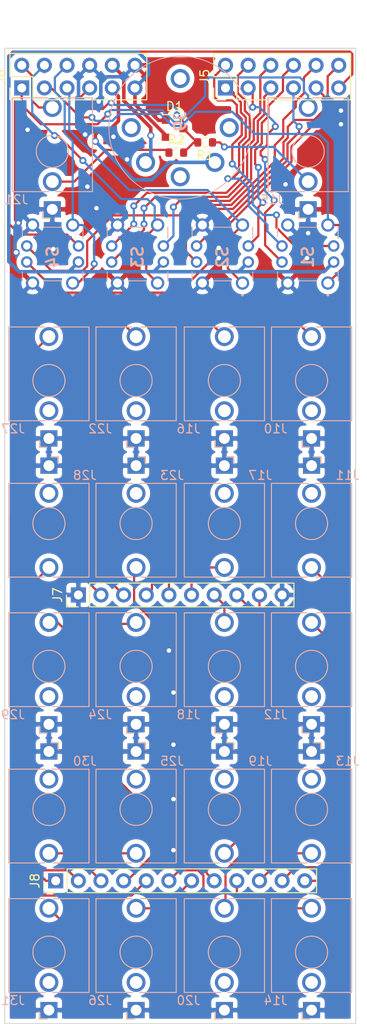
<source format=kicad_pcb>
(kicad_pcb (version 20171130) (host pcbnew 5.1.10)
  (layers (0 F.Cu signal) (31 B.Cu signal) (34 B.Paste user hide) (35 F.Paste user) (36 B.SilkS user) (37 F.SilkS user hide) (38 B.Mask user) (39 F.Mask user) (44 Edge.Cuts user))
  (net 0 "")
  (net 1 GND)
  (net 2 +3V3)
  (net 3 jack_detect_front)
  (net 4 button_d_front)
  (net 5 button_c_front)
  (net 6 button_b_front)
  (net 7 button_a_front)
  (net 8 led_out_d_b_front)
  (net 9 led_out_d_g_front)
  (net 10 led_out_d_r_front)
  (net 11 led_out_c_b_front)
  (net 12 led_out_c_g_front)
  (net 13 led_out_c_r_front)
  (net 14 led_out_b_b_front)
  (net 15 led_out_b_g_front)
  (net 16 led_out_b_r_front)
  (net 17 led_out_a_b_front)
  (net 18 led_out_a_g_front)
  (net 19 led_out_a_r_front)
  (net 20 var_out_front)
  (net 21 1_16_out_front)
  (net 22 run_out_front)
  (net 23 clock_out_front)
  (net 24 gate_out_d_front)
  (net 25 gate_out_c_front)
  (net 26 gate_out_b_front)
  (net 27 gate_out_a_front)
  (net 28 dac8_out_h_front)
  (net 29 dac8_out_g_front)
  (net 30 dac8_out_f_front)
  (net 31 dac8_out_e_front)
  (net 32 dac8_out_d_front)
  (net 33 dac8_out_c_front)
  (net 34 dac8_out_b_front)
  (net 35 dac8_out_a_front)
  (net 36 dac4_out_d_front)
  (net 37 dac4_out_c_front)
  (net 38 dac4_out_b_front)
  (net 39 dac4_out_a_front)
  (net 40 cv_in_b_front)
  (net 41 cv_in_a_front)
  (net 42 midi_in-_front)
  (net 43 midi_in+_front)
  (net 44 "Net-(J9-Pad3)")
  (net 45 "Net-(J9-Pad1)")
  (net 46 "Net-(J15-PadTN)")
  (net 47 "Net-(J21-PadTN)")
  (net 48 "Net-(J9-Pad5)")
  (net 49 "Net-(J10-PadTN)")
  (net 50 "Net-(J11-PadTN)")
  (net 51 "Net-(J12-PadTN)")
  (net 52 "Net-(J13-PadTN)")
  (net 53 "Net-(J14-PadTN)")
  (net 54 "Net-(J16-PadTN)")
  (net 55 "Net-(J17-PadTN)")
  (net 56 "Net-(J18-PadTN)")
  (net 57 "Net-(J19-PadTN)")
  (net 58 "Net-(J20-PadTN)")
  (net 59 "Net-(J22-PadTN)")
  (net 60 "Net-(J23-PadTN)")
  (net 61 "Net-(J24-PadTN)")
  (net 62 "Net-(J25-PadTN)")
  (net 63 "Net-(J26-PadTN)")
  (net 64 "Net-(J27-PadTN)")
  (net 65 "Net-(J28-PadTN)")
  (net 66 "Net-(J29-PadTN)")
  (net 67 "Net-(J30-PadTN)")
  (net 68 "Net-(J31-PadTN)")
  (module TC002-N11AS1XKT-RGB:TC002N11AS1XKTRGB (layer B.Cu) (at 51.943 51.689 90)
    (fp_text reference S3 (at 2.925 -2.25 270) (layer B.SilkS) (effects (font (size 1.27 1.27) (thickness 0.254)) (justify mirror)))
    (fp_text value TC002-N11AS1XKT-RGB hide)
    (pad 8 thru_hole circle (at 2.35 -5.15 90) (size 1.3 1.3) (drill 0.8) (layers *.Cu *.Mask) (net 14 led_out_b_b_front))
    (pad 7 thru_hole circle (at 4.15 -5.15 90) (size 1.3 1.3) (drill 0.8) (layers *.Cu *.Mask) (net 16 led_out_b_r_front))
    (pad 6 thru_hole circle (at 4.15 0.65 90) (size 1.3 1.3) (drill 0.8) (layers *.Cu *.Mask) (net 15 led_out_b_g_front))
    (pad 5 thru_hole circle (at 2.35 0.65 90) (size 1.3 1.3) (drill 0.8) (layers *.Cu *.Mask) (net 2 +3V3))
    (pad 4 thru_hole circle (at 6.5 -4.5 90) (size 1.5 1.5) (drill 1) (layers *.Cu *.Mask) (net 1 GND))
    (pad 3 thru_hole circle (at 0 -4.5 90) (size 1.5 1.5) (drill 1) (layers *.Cu *.Mask) (net 1 GND))
    (pad 2 thru_hole circle (at 6.5 0 90) (size 1.5 1.5) (drill 1) (layers *.Cu *.Mask) (net 6 button_b_front))
    (pad 1 thru_hole circle (at 0 0 90) (size 1.5 1.5) (drill 1) (layers *.Cu *.Mask) (net 6 button_b_front))
  )
  (module Connector_PinHeader_2.54mm:PinHeader_1x12_P2.54mm_Vertical (layer F.Cu) (at 40.513 118.618 90)
    (fp_text reference J8 (at 0 -2.33 90) (layer F.SilkS))
    (fp_text value Conn_01x12)
    (pad 12 thru_hole oval (at 0 27.94 90) (size 1.7 1.7) (drill 1) (layers *.Cu *.Mask) (net 39 dac4_out_a_front))
    (pad 11 thru_hole oval (at 0 25.4 90) (size 1.7 1.7) (drill 1) (layers *.Cu *.Mask) (net 38 dac4_out_b_front))
    (pad 10 thru_hole oval (at 0 22.86 90) (size 1.7 1.7) (drill 1) (layers *.Cu *.Mask) (net 37 dac4_out_c_front))
    (pad 9 thru_hole oval (at 0 20.32 90) (size 1.7 1.7) (drill 1) (layers *.Cu *.Mask) (net 36 dac4_out_d_front))
    (pad 8 thru_hole oval (at 0 17.78 90) (size 1.7 1.7) (drill 1) (layers *.Cu *.Mask) (net 35 dac8_out_a_front))
    (pad 7 thru_hole oval (at 0 15.24 90) (size 1.7 1.7) (drill 1) (layers *.Cu *.Mask) (net 29 dac8_out_g_front))
    (pad 6 thru_hole oval (at 0 12.7 90) (size 1.7 1.7) (drill 1) (layers *.Cu *.Mask) (net 28 dac8_out_h_front))
    (pad 5 thru_hole oval (at 0 10.16 90) (size 1.7 1.7) (drill 1) (layers *.Cu *.Mask) (net 34 dac8_out_b_front))
    (pad 4 thru_hole oval (at 0 7.62 90) (size 1.7 1.7) (drill 1) (layers *.Cu *.Mask) (net 32 dac8_out_d_front))
    (pad 3 thru_hole oval (at 0 5.08 90) (size 1.7 1.7) (drill 1) (layers *.Cu *.Mask) (net 30 dac8_out_f_front))
    (pad 2 thru_hole oval (at 0 2.54 90) (size 1.7 1.7) (drill 1) (layers *.Cu *.Mask) (net 31 dac8_out_e_front))
    (pad 1 thru_hole rect (at 0 0 90) (size 1.7 1.7) (drill 1) (layers *.Cu *.Mask) (net 33 dac8_out_c_front))
  )
  (module Connector_PinHeader_2.54mm:PinHeader_1x10_P2.54mm_Vertical (layer F.Cu) (at 43.053 86.614 90)
    (fp_text reference J7 (at 0 -2.33 90) (layer F.SilkS))
    (fp_text value Conn_01x10)
    (pad 10 thru_hole oval (at 0 22.86 90) (size 1.7 1.7) (drill 1) (layers *.Cu *.Mask) (net 1 GND))
    (pad 9 thru_hole oval (at 0 20.32 90) (size 1.7 1.7) (drill 1) (layers *.Cu *.Mask) (net 24 gate_out_d_front))
    (pad 8 thru_hole oval (at 0 17.78 90) (size 1.7 1.7) (drill 1) (layers *.Cu *.Mask) (net 25 gate_out_c_front))
    (pad 7 thru_hole oval (at 0 15.24 90) (size 1.7 1.7) (drill 1) (layers *.Cu *.Mask) (net 26 gate_out_b_front))
    (pad 6 thru_hole oval (at 0 12.7 90) (size 1.7 1.7) (drill 1) (layers *.Cu *.Mask) (net 27 gate_out_a_front))
    (pad 5 thru_hole oval (at 0 10.16 90) (size 1.7 1.7) (drill 1) (layers *.Cu *.Mask) (net 20 var_out_front))
    (pad 4 thru_hole oval (at 0 7.62 90) (size 1.7 1.7) (drill 1) (layers *.Cu *.Mask) (net 21 1_16_out_front))
    (pad 3 thru_hole oval (at 0 5.08 90) (size 1.7 1.7) (drill 1) (layers *.Cu *.Mask) (net 22 run_out_front))
    (pad 2 thru_hole oval (at 0 2.54 90) (size 1.7 1.7) (drill 1) (layers *.Cu *.Mask) (net 23 clock_out_front))
    (pad 1 thru_hole rect (at 0 0 90) (size 1.7 1.7) (drill 1) (layers *.Cu *.Mask) (net 1 GND))
  )
  (module Connector_PinHeader_2.54mm:PinHeader_2x06_P2.54mm_Vertical (layer F.Cu) (at 36.703 29.845 90)
    (fp_text reference J6 (at 1.27 -2.33 90) (layer F.SilkS))
    (fp_text value Conn_02x06_Odd_Even)
    (pad 12 thru_hole oval (at 2.54 12.7 90) (size 1.7 1.7) (drill 1) (layers *.Cu *.Mask) (net 1 GND))
    (pad 11 thru_hole oval (at 0 12.7 90) (size 1.7 1.7) (drill 1) (layers *.Cu *.Mask) (net 2 +3V3))
    (pad 10 thru_hole oval (at 2.54 10.16 90) (size 1.7 1.7) (drill 1) (layers *.Cu *.Mask) (net 43 midi_in+_front))
    (pad 9 thru_hole oval (at 0 10.16 90) (size 1.7 1.7) (drill 1) (layers *.Cu *.Mask) (net 42 midi_in-_front))
    (pad 8 thru_hole oval (at 2.54 7.62 90) (size 1.7 1.7) (drill 1) (layers *.Cu *.Mask) (net 1 GND))
    (pad 7 thru_hole oval (at 0 7.62 90) (size 1.7 1.7) (drill 1) (layers *.Cu *.Mask) (net 3 jack_detect_front))
    (pad 6 thru_hole oval (at 2.54 5.08 90) (size 1.7 1.7) (drill 1) (layers *.Cu *.Mask) (net 4 button_d_front))
    (pad 5 thru_hole oval (at 0 5.08 90) (size 1.7 1.7) (drill 1) (layers *.Cu *.Mask) (net 5 button_c_front))
    (pad 4 thru_hole oval (at 2.54 2.54 90) (size 1.7 1.7) (drill 1) (layers *.Cu *.Mask) (net 6 button_b_front))
    (pad 3 thru_hole oval (at 0 2.54 90) (size 1.7 1.7) (drill 1) (layers *.Cu *.Mask) (net 7 button_a_front))
    (pad 2 thru_hole oval (at 2.54 0 90) (size 1.7 1.7) (drill 1) (layers *.Cu *.Mask) (net 40 cv_in_b_front))
    (pad 1 thru_hole rect (at 0 0 90) (size 1.7 1.7) (drill 1) (layers *.Cu *.Mask) (net 41 cv_in_a_front))
  )
  (module Connector_PinHeader_2.54mm:PinHeader_2x06_P2.54mm_Vertical (layer F.Cu) (at 59.563 29.845 90)
    (fp_text reference J5 (at 1.27 -2.33 90) (layer F.SilkS))
    (fp_text value Conn_02x06_Odd_Even)
    (pad 12 thru_hole oval (at 2.54 12.7 90) (size 1.7 1.7) (drill 1) (layers *.Cu *.Mask) (net 8 led_out_d_b_front))
    (pad 11 thru_hole oval (at 0 12.7 90) (size 1.7 1.7) (drill 1) (layers *.Cu *.Mask) (net 9 led_out_d_g_front))
    (pad 10 thru_hole oval (at 2.54 10.16 90) (size 1.7 1.7) (drill 1) (layers *.Cu *.Mask) (net 10 led_out_d_r_front))
    (pad 9 thru_hole oval (at 0 10.16 90) (size 1.7 1.7) (drill 1) (layers *.Cu *.Mask) (net 11 led_out_c_b_front))
    (pad 8 thru_hole oval (at 2.54 7.62 90) (size 1.7 1.7) (drill 1) (layers *.Cu *.Mask) (net 12 led_out_c_g_front))
    (pad 7 thru_hole oval (at 0 7.62 90) (size 1.7 1.7) (drill 1) (layers *.Cu *.Mask) (net 13 led_out_c_r_front))
    (pad 6 thru_hole oval (at 2.54 5.08 90) (size 1.7 1.7) (drill 1) (layers *.Cu *.Mask) (net 14 led_out_b_b_front))
    (pad 5 thru_hole oval (at 0 5.08 90) (size 1.7 1.7) (drill 1) (layers *.Cu *.Mask) (net 15 led_out_b_g_front))
    (pad 4 thru_hole oval (at 2.54 2.54 90) (size 1.7 1.7) (drill 1) (layers *.Cu *.Mask) (net 16 led_out_b_r_front))
    (pad 3 thru_hole oval (at 0 2.54 90) (size 1.7 1.7) (drill 1) (layers *.Cu *.Mask) (net 17 led_out_a_b_front))
    (pad 2 thru_hole oval (at 2.54 0 90) (size 1.7 1.7) (drill 1) (layers *.Cu *.Mask) (net 18 led_out_a_g_front))
    (pad 1 thru_hole rect (at 0 0 90) (size 1.7 1.7) (drill 1) (layers *.Cu *.Mask) (net 19 led_out_a_r_front))
  )
  (module TC002-N11AS1XKT-RGB:TC002N11AS1XKTRGB (layer B.Cu) (at 42.418 51.689 90)
    (fp_text reference S4 (at 2.925 -2.25 270) (layer B.SilkS) (effects (font (size 1.27 1.27) (thickness 0.254)) (justify mirror)))
    (fp_text value TC002-N11AS1XKT-RGB hide)
    (pad 8 thru_hole circle (at 2.35 -5.15 90) (size 1.3 1.3) (drill 0.8) (layers *.Cu *.Mask) (net 8 led_out_d_b_front))
    (pad 7 thru_hole circle (at 4.15 -5.15 90) (size 1.3 1.3) (drill 0.8) (layers *.Cu *.Mask) (net 10 led_out_d_r_front))
    (pad 6 thru_hole circle (at 4.15 0.65 90) (size 1.3 1.3) (drill 0.8) (layers *.Cu *.Mask) (net 9 led_out_d_g_front))
    (pad 5 thru_hole circle (at 2.35 0.65 90) (size 1.3 1.3) (drill 0.8) (layers *.Cu *.Mask) (net 2 +3V3))
    (pad 4 thru_hole circle (at 6.5 -4.5 90) (size 1.5 1.5) (drill 1) (layers *.Cu *.Mask) (net 1 GND))
    (pad 3 thru_hole circle (at 0 -4.5 90) (size 1.5 1.5) (drill 1) (layers *.Cu *.Mask) (net 1 GND))
    (pad 2 thru_hole circle (at 6.5 0 90) (size 1.5 1.5) (drill 1) (layers *.Cu *.Mask) (net 4 button_d_front))
    (pad 1 thru_hole circle (at 0 0 90) (size 1.5 1.5) (drill 1) (layers *.Cu *.Mask) (net 4 button_d_front))
  )
  (module TC002-N11AS1XKT-RGB:TC002N11AS1XKTRGB (layer B.Cu) (at 61.468 51.689 90)
    (fp_text reference S2 (at 2.925 -2.25 270) (layer B.SilkS) (effects (font (size 1.27 1.27) (thickness 0.254)) (justify mirror)))
    (fp_text value TC002-N11AS1XKT-RGB hide)
    (pad 8 thru_hole circle (at 2.35 -5.15 90) (size 1.3 1.3) (drill 0.8) (layers *.Cu *.Mask) (net 11 led_out_c_b_front))
    (pad 7 thru_hole circle (at 4.15 -5.15 90) (size 1.3 1.3) (drill 0.8) (layers *.Cu *.Mask) (net 13 led_out_c_r_front))
    (pad 6 thru_hole circle (at 4.15 0.65 90) (size 1.3 1.3) (drill 0.8) (layers *.Cu *.Mask) (net 12 led_out_c_g_front))
    (pad 5 thru_hole circle (at 2.35 0.65 90) (size 1.3 1.3) (drill 0.8) (layers *.Cu *.Mask) (net 2 +3V3))
    (pad 4 thru_hole circle (at 6.5 -4.5 90) (size 1.5 1.5) (drill 1) (layers *.Cu *.Mask) (net 1 GND))
    (pad 3 thru_hole circle (at 0 -4.5 90) (size 1.5 1.5) (drill 1) (layers *.Cu *.Mask) (net 1 GND))
    (pad 2 thru_hole circle (at 6.5 0 90) (size 1.5 1.5) (drill 1) (layers *.Cu *.Mask) (net 5 button_c_front))
    (pad 1 thru_hole circle (at 0 0 90) (size 1.5 1.5) (drill 1) (layers *.Cu *.Mask) (net 5 button_c_front))
  )
  (module TC002-N11AS1XKT-RGB:TC002N11AS1XKTRGB (layer B.Cu) (at 71.048 51.689 90)
    (fp_text reference S1 (at 2.925 -2.25 270) (layer B.SilkS) (effects (font (size 1.27 1.27) (thickness 0.254)) (justify mirror)))
    (fp_text value TC002-N11AS1XKT-RGB hide)
    (pad 8 thru_hole circle (at 2.35 -5.15 90) (size 1.3 1.3) (drill 0.8) (layers *.Cu *.Mask) (net 17 led_out_a_b_front))
    (pad 7 thru_hole circle (at 4.15 -5.15 90) (size 1.3 1.3) (drill 0.8) (layers *.Cu *.Mask) (net 19 led_out_a_r_front))
    (pad 6 thru_hole circle (at 4.15 0.65 90) (size 1.3 1.3) (drill 0.8) (layers *.Cu *.Mask) (net 18 led_out_a_g_front))
    (pad 5 thru_hole circle (at 2.35 0.65 90) (size 1.3 1.3) (drill 0.8) (layers *.Cu *.Mask) (net 2 +3V3))
    (pad 4 thru_hole circle (at 6.5 -4.5 90) (size 1.5 1.5) (drill 1) (layers *.Cu *.Mask) (net 1 GND))
    (pad 3 thru_hole circle (at 0 -4.5 90) (size 1.5 1.5) (drill 1) (layers *.Cu *.Mask) (net 1 GND))
    (pad 2 thru_hole circle (at 6.5 0 90) (size 1.5 1.5) (drill 1) (layers *.Cu *.Mask) (net 7 button_a_front))
    (pad 1 thru_hole circle (at 0 0 90) (size 1.5 1.5) (drill 1) (layers *.Cu *.Mask) (net 7 button_a_front))
  )
  (module Resistor_SMD:R_0603_1608Metric (layer F.Cu) (at 54.039 37.084)
    (fp_text reference R2 (at 0 -1.43) (layer F.SilkS))
    (fp_text value 100k)
    (pad 2 smd roundrect (at 0.825 0) (size 0.8 0.95) (layers F.Cu F.Paste F.Mask) (net 3 jack_detect_front))
    (pad 1 smd roundrect (at -0.825 0) (size 0.8 0.95) (layers F.Cu F.Paste F.Mask) (net 47 "Net-(J21-PadTN)"))
  )
  (module Resistor_SMD:R_0603_1608Metric (layer F.Cu) (at 57.277 35.941 180)
    (fp_text reference R1 (at 0 -1.43) (layer F.SilkS))
    (fp_text value 100k)
    (pad 2 smd roundrect (at 0.825 0 180) (size 0.8 0.95) (layers F.Cu F.Paste F.Mask) (net 3 jack_detect_front))
    (pad 1 smd roundrect (at -0.825 0 180) (size 0.8 0.95) (layers F.Cu F.Paste F.Mask) (net 46 "Net-(J15-PadTN)"))
  )
  (module SD-50BV:SD-50BV (layer B.Cu) (at 54.483 34.29 90)
    (fp_text reference J9 (at 0.676 -0.014 270) (layer B.SilkS) (effects (font (size 1.27 1.27) (thickness 0.254)) (justify mirror)))
    (fp_text value SD-50BV hide)
    (pad 6 thru_hole circle (at 5.5 0 90) (size 2.15 2.15) (drill 1.4) (layers *.Cu *.Mask))
    (pad 5 thru_hole circle (at 0 5.5 90) (size 2.15 2.15) (drill 1.4) (layers *.Cu *.Mask) (net 48 "Net-(J9-Pad5)"))
    (pad 4 thru_hole circle (at -3.88909 3.88909 90) (size 2.15 2.15) (drill 1.4) (layers *.Cu *.Mask) (net 42 midi_in-_front))
    (pad 3 thru_hole circle (at -5.5 0 90) (size 2.15 2.15) (drill 1.4) (layers *.Cu *.Mask) (net 44 "Net-(J9-Pad3)"))
    (pad 2 thru_hole circle (at -3.88909 -3.88909 90) (size 2.15 2.15) (drill 1.4) (layers *.Cu *.Mask) (net 43 midi_in+_front))
    (pad 1 thru_hole circle (at 0 -5.5 90) (size 2.15 2.15) (drill 1.4) (layers *.Cu *.Mask) (net 45 "Net-(J9-Pad1)"))
  )
  (module Connector_Audio:Jack_3.5mm_QingPu_WQP-PJ398SM_Vertical_CircularHoles (layer B.Cu) (at 39.751 133.096)
    (fp_text reference J31 (at -4.03 -1.08 180) (layer B.SilkS) (effects (justify mirror)))
    (fp_text value PJ398SM)
    (pad T thru_hole circle (at 0 -11.4 180) (size 2.13 2.13) (drill 1.43) (layers *.Cu *.Mask) (net 28 dac8_out_h_front))
    (pad S thru_hole rect (at 0 0 180) (size 1.93 1.83) (drill 1.22) (layers *.Cu *.Mask) (net 1 GND))
    (pad TN thru_hole circle (at 0 -3.1 180) (size 2.13 2.13) (drill 1.42) (layers *.Cu *.Mask) (net 68 "Net-(J31-PadTN)"))
  )
  (module Connector_Audio:Jack_3.5mm_QingPu_WQP-PJ398SM_Vertical_CircularHoles (layer B.Cu) (at 39.751 104.14 180)
    (fp_text reference J30 (at -4.03 -1.08 180) (layer B.SilkS) (effects (justify mirror)))
    (fp_text value PJ398SM)
    (pad T thru_hole circle (at 0 -11.4) (size 2.13 2.13) (drill 1.43) (layers *.Cu *.Mask) (net 30 dac8_out_f_front))
    (pad S thru_hole rect (at 0 0) (size 1.93 1.83) (drill 1.22) (layers *.Cu *.Mask) (net 1 GND))
    (pad TN thru_hole circle (at 0 -3.1) (size 2.13 2.13) (drill 1.42) (layers *.Cu *.Mask) (net 67 "Net-(J30-PadTN)"))
  )
  (module Connector_Audio:Jack_3.5mm_QingPu_WQP-PJ398SM_Vertical_CircularHoles (layer B.Cu) (at 39.751 101.092)
    (fp_text reference J29 (at -4.03 -1.08 180) (layer B.SilkS) (effects (justify mirror)))
    (fp_text value PJ398SM)
    (pad T thru_hole circle (at 0 -11.4 180) (size 2.13 2.13) (drill 1.43) (layers *.Cu *.Mask) (net 32 dac8_out_d_front))
    (pad S thru_hole rect (at 0 0 180) (size 1.93 1.83) (drill 1.22) (layers *.Cu *.Mask) (net 1 GND))
    (pad TN thru_hole circle (at 0 -3.1 180) (size 2.13 2.13) (drill 1.42) (layers *.Cu *.Mask) (net 66 "Net-(J29-PadTN)"))
  )
  (module Connector_Audio:Jack_3.5mm_QingPu_WQP-PJ398SM_Vertical_CircularHoles (layer B.Cu) (at 39.751 72.136 180)
    (fp_text reference J28 (at -4.03 -1.08 180) (layer B.SilkS) (effects (justify mirror)))
    (fp_text value PJ398SM)
    (pad T thru_hole circle (at 0 -11.4) (size 2.13 2.13) (drill 1.43) (layers *.Cu *.Mask) (net 34 dac8_out_b_front))
    (pad S thru_hole rect (at 0 0) (size 1.93 1.83) (drill 1.22) (layers *.Cu *.Mask) (net 1 GND))
    (pad TN thru_hole circle (at 0 -3.1) (size 2.13 2.13) (drill 1.42) (layers *.Cu *.Mask) (net 65 "Net-(J28-PadTN)"))
  )
  (module Connector_Audio:Jack_3.5mm_QingPu_WQP-PJ398SM_Vertical_CircularHoles (layer B.Cu) (at 39.751 69.088)
    (fp_text reference J27 (at -4.03 -1.08 180) (layer B.SilkS) (effects (justify mirror)))
    (fp_text value PJ398SM)
    (pad T thru_hole circle (at 0 -11.4 180) (size 2.13 2.13) (drill 1.43) (layers *.Cu *.Mask) (net 20 var_out_front))
    (pad S thru_hole rect (at 0 0 180) (size 1.93 1.83) (drill 1.22) (layers *.Cu *.Mask) (net 1 GND))
    (pad TN thru_hole circle (at 0 -3.1 180) (size 2.13 2.13) (drill 1.42) (layers *.Cu *.Mask) (net 64 "Net-(J27-PadTN)"))
  )
  (module Connector_Audio:Jack_3.5mm_QingPu_WQP-PJ398SM_Vertical_CircularHoles (layer B.Cu) (at 49.53 133.096)
    (fp_text reference J26 (at -4.03 -1.08 180) (layer B.SilkS) (effects (justify mirror)))
    (fp_text value PJ398SM)
    (pad T thru_hole circle (at 0 -11.4 180) (size 2.13 2.13) (drill 1.43) (layers *.Cu *.Mask) (net 29 dac8_out_g_front))
    (pad S thru_hole rect (at 0 0 180) (size 1.93 1.83) (drill 1.22) (layers *.Cu *.Mask) (net 1 GND))
    (pad TN thru_hole circle (at 0 -3.1 180) (size 2.13 2.13) (drill 1.42) (layers *.Cu *.Mask) (net 63 "Net-(J26-PadTN)"))
  )
  (module Connector_Audio:Jack_3.5mm_QingPu_WQP-PJ398SM_Vertical_CircularHoles (layer B.Cu) (at 49.53 104.14 180)
    (fp_text reference J25 (at -4.03 -1.08 180) (layer B.SilkS) (effects (justify mirror)))
    (fp_text value PJ398SM)
    (pad T thru_hole circle (at 0 -11.4) (size 2.13 2.13) (drill 1.43) (layers *.Cu *.Mask) (net 31 dac8_out_e_front))
    (pad S thru_hole rect (at 0 0) (size 1.93 1.83) (drill 1.22) (layers *.Cu *.Mask) (net 1 GND))
    (pad TN thru_hole circle (at 0 -3.1) (size 2.13 2.13) (drill 1.42) (layers *.Cu *.Mask) (net 62 "Net-(J25-PadTN)"))
  )
  (module Connector_Audio:Jack_3.5mm_QingPu_WQP-PJ398SM_Vertical_CircularHoles (layer B.Cu) (at 49.53 101.092)
    (fp_text reference J24 (at -4.03 -1.08 180) (layer B.SilkS) (effects (justify mirror)))
    (fp_text value PJ398SM)
    (pad TN thru_hole circle (at 0 -3.1 180) (size 2.13 2.13) (drill 1.42) (layers *.Cu *.Mask) (net 61 "Net-(J24-PadTN)"))
    (pad S thru_hole rect (at 0 0 180) (size 1.93 1.83) (drill 1.22) (layers *.Cu *.Mask) (net 1 GND))
    (pad T thru_hole circle (at 0 -11.4 180) (size 2.13 2.13) (drill 1.43) (layers *.Cu *.Mask) (net 33 dac8_out_c_front))
  )
  (module Connector_Audio:Jack_3.5mm_QingPu_WQP-PJ398SM_Vertical_CircularHoles (layer B.Cu) (at 49.53 72.136 180)
    (fp_text reference J23 (at -4.03 -1.08 180) (layer B.SilkS) (effects (justify mirror)))
    (fp_text value PJ398SM)
    (pad T thru_hole circle (at 0 -11.4) (size 2.13 2.13) (drill 1.43) (layers *.Cu *.Mask) (net 35 dac8_out_a_front))
    (pad S thru_hole rect (at 0 0) (size 1.93 1.83) (drill 1.22) (layers *.Cu *.Mask) (net 1 GND))
    (pad TN thru_hole circle (at 0 -3.1) (size 2.13 2.13) (drill 1.42) (layers *.Cu *.Mask) (net 60 "Net-(J23-PadTN)"))
  )
  (module Connector_Audio:Jack_3.5mm_QingPu_WQP-PJ398SM_Vertical_CircularHoles (layer B.Cu) (at 49.53 69.088)
    (fp_text reference J22 (at -4.03 -1.08 180) (layer B.SilkS) (effects (justify mirror)))
    (fp_text value PJ398SM)
    (pad T thru_hole circle (at 0 -11.4 180) (size 2.13 2.13) (drill 1.43) (layers *.Cu *.Mask) (net 21 1_16_out_front))
    (pad S thru_hole rect (at 0 0 180) (size 1.93 1.83) (drill 1.22) (layers *.Cu *.Mask) (net 1 GND))
    (pad TN thru_hole circle (at 0 -3.1 180) (size 2.13 2.13) (drill 1.42) (layers *.Cu *.Mask) (net 59 "Net-(J22-PadTN)"))
  )
  (module Connector_Audio:Jack_3.5mm_QingPu_WQP-PJ398SM_Vertical_CircularHoles (layer B.Cu) (at 40.132 43.434)
    (fp_text reference J21 (at -4.03 -1.08 180) (layer B.SilkS) (effects (justify mirror)))
    (fp_text value PJ398SM)
    (pad T thru_hole circle (at 0 -11.4 180) (size 2.13 2.13) (drill 1.43) (layers *.Cu *.Mask) (net 40 cv_in_b_front))
    (pad S thru_hole rect (at 0 0 180) (size 1.93 1.83) (drill 1.22) (layers *.Cu *.Mask) (net 1 GND))
    (pad TN thru_hole circle (at 0 -3.1 180) (size 2.13 2.13) (drill 1.42) (layers *.Cu *.Mask) (net 47 "Net-(J21-PadTN)"))
  )
  (module Connector_Audio:Jack_3.5mm_QingPu_WQP-PJ398SM_Vertical_CircularHoles (layer B.Cu) (at 68.834 43.434)
    (fp_text reference J15 (at -4.03 -1.08 180) (layer B.SilkS) (effects (justify mirror)))
    (fp_text value PJ398SM)
    (pad T thru_hole circle (at 0 -11.4 180) (size 2.13 2.13) (drill 1.43) (layers *.Cu *.Mask) (net 41 cv_in_a_front))
    (pad S thru_hole rect (at 0 0 180) (size 1.93 1.83) (drill 1.22) (layers *.Cu *.Mask) (net 1 GND))
    (pad TN thru_hole circle (at 0 -3.1 180) (size 2.13 2.13) (drill 1.42) (layers *.Cu *.Mask) (net 46 "Net-(J15-PadTN)"))
  )
  (module Connector_Audio:Jack_3.5mm_QingPu_WQP-PJ398SM_Vertical_CircularHoles (layer B.Cu) (at 59.436 133.096)
    (fp_text reference J20 (at -4.03 -1.08 180) (layer B.SilkS) (effects (justify mirror)))
    (fp_text value PJ398SM)
    (pad T thru_hole circle (at 0 -11.4 180) (size 2.13 2.13) (drill 1.43) (layers *.Cu *.Mask) (net 24 gate_out_d_front))
    (pad S thru_hole rect (at 0 0 180) (size 1.93 1.83) (drill 1.22) (layers *.Cu *.Mask) (net 1 GND))
    (pad TN thru_hole circle (at 0 -3.1 180) (size 2.13 2.13) (drill 1.42) (layers *.Cu *.Mask) (net 58 "Net-(J20-PadTN)"))
  )
  (module Connector_Audio:Jack_3.5mm_QingPu_WQP-PJ398SM_Vertical_CircularHoles (layer B.Cu) (at 59.436 104.14 180)
    (fp_text reference J19 (at -4.03 -1.08 180) (layer B.SilkS) (effects (justify mirror)))
    (fp_text value PJ398SM)
    (pad T thru_hole circle (at 0 -11.4) (size 2.13 2.13) (drill 1.43) (layers *.Cu *.Mask) (net 25 gate_out_c_front))
    (pad S thru_hole rect (at 0 0) (size 1.93 1.83) (drill 1.22) (layers *.Cu *.Mask) (net 1 GND))
    (pad TN thru_hole circle (at 0 -3.1) (size 2.13 2.13) (drill 1.42) (layers *.Cu *.Mask) (net 57 "Net-(J19-PadTN)"))
  )
  (module Connector_Audio:Jack_3.5mm_QingPu_WQP-PJ398SM_Vertical_CircularHoles (layer B.Cu) (at 59.436 101.092)
    (fp_text reference J18 (at -4.03 -1.08 180) (layer B.SilkS) (effects (justify mirror)))
    (fp_text value PJ398SM)
    (pad T thru_hole circle (at 0 -11.4 180) (size 2.13 2.13) (drill 1.43) (layers *.Cu *.Mask) (net 26 gate_out_b_front))
    (pad S thru_hole rect (at 0 0 180) (size 1.93 1.83) (drill 1.22) (layers *.Cu *.Mask) (net 1 GND))
    (pad TN thru_hole circle (at 0 -3.1 180) (size 2.13 2.13) (drill 1.42) (layers *.Cu *.Mask) (net 56 "Net-(J18-PadTN)"))
  )
  (module Connector_Audio:Jack_3.5mm_QingPu_WQP-PJ398SM_Vertical_CircularHoles (layer B.Cu) (at 59.436 72.136 180)
    (fp_text reference J17 (at -4.03 -1.08 180) (layer B.SilkS) (effects (justify mirror)))
    (fp_text value PJ398SM)
    (pad T thru_hole circle (at 0 -11.4) (size 2.13 2.13) (drill 1.43) (layers *.Cu *.Mask) (net 27 gate_out_a_front))
    (pad S thru_hole rect (at 0 0) (size 1.93 1.83) (drill 1.22) (layers *.Cu *.Mask) (net 1 GND))
    (pad TN thru_hole circle (at 0 -3.1) (size 2.13 2.13) (drill 1.42) (layers *.Cu *.Mask) (net 55 "Net-(J17-PadTN)"))
  )
  (module Connector_Audio:Jack_3.5mm_QingPu_WQP-PJ398SM_Vertical_CircularHoles (layer B.Cu) (at 59.436 69.088)
    (fp_text reference J16 (at -4.03 -1.08 180) (layer B.SilkS) (effects (justify mirror)))
    (fp_text value PJ398SM)
    (pad T thru_hole circle (at 0 -11.4 180) (size 2.13 2.13) (drill 1.43) (layers *.Cu *.Mask) (net 22 run_out_front))
    (pad S thru_hole rect (at 0 0 180) (size 1.93 1.83) (drill 1.22) (layers *.Cu *.Mask) (net 1 GND))
    (pad TN thru_hole circle (at 0 -3.1 180) (size 2.13 2.13) (drill 1.42) (layers *.Cu *.Mask) (net 54 "Net-(J16-PadTN)"))
  )
  (module Connector_Audio:Jack_3.5mm_QingPu_WQP-PJ398SM_Vertical_CircularHoles (layer B.Cu) (at 69.215 133.096)
    (fp_text reference J14 (at -4.03 -1.08 180) (layer B.SilkS) (effects (justify mirror)))
    (fp_text value PJ398SM)
    (pad TN thru_hole circle (at 0 -3.1 180) (size 2.13 2.13) (drill 1.42) (layers *.Cu *.Mask) (net 53 "Net-(J14-PadTN)"))
    (pad S thru_hole rect (at 0 0 180) (size 1.93 1.83) (drill 1.22) (layers *.Cu *.Mask) (net 1 GND))
    (pad T thru_hole circle (at 0 -11.4 180) (size 2.13 2.13) (drill 1.43) (layers *.Cu *.Mask) (net 36 dac4_out_d_front))
  )
  (module Connector_Audio:Jack_3.5mm_QingPu_WQP-PJ398SM_Vertical_CircularHoles (layer B.Cu) (at 69.215 104.14 180)
    (fp_text reference J13 (at -4.03 -1.08 180) (layer B.SilkS) (effects (justify mirror)))
    (fp_text value PJ398SM)
    (pad T thru_hole circle (at 0 -11.4) (size 2.13 2.13) (drill 1.43) (layers *.Cu *.Mask) (net 37 dac4_out_c_front))
    (pad S thru_hole rect (at 0 0) (size 1.93 1.83) (drill 1.22) (layers *.Cu *.Mask) (net 1 GND))
    (pad TN thru_hole circle (at 0 -3.1) (size 2.13 2.13) (drill 1.42) (layers *.Cu *.Mask) (net 52 "Net-(J13-PadTN)"))
  )
  (module Connector_Audio:Jack_3.5mm_QingPu_WQP-PJ398SM_Vertical_CircularHoles (layer B.Cu) (at 69.215 101.092)
    (fp_text reference J12 (at -4.03 -1.08 180) (layer B.SilkS) (effects (justify mirror)))
    (fp_text value PJ398SM)
    (pad T thru_hole circle (at 0 -11.4 180) (size 2.13 2.13) (drill 1.43) (layers *.Cu *.Mask) (net 38 dac4_out_b_front))
    (pad S thru_hole rect (at 0 0 180) (size 1.93 1.83) (drill 1.22) (layers *.Cu *.Mask) (net 1 GND))
    (pad TN thru_hole circle (at 0 -3.1 180) (size 2.13 2.13) (drill 1.42) (layers *.Cu *.Mask) (net 51 "Net-(J12-PadTN)"))
  )
  (module Connector_Audio:Jack_3.5mm_QingPu_WQP-PJ398SM_Vertical_CircularHoles (layer B.Cu) (at 69.215 72.136 180)
    (fp_text reference J11 (at -4.03 -1.08 180) (layer B.SilkS) (effects (justify mirror)))
    (fp_text value PJ398SM)
    (pad T thru_hole circle (at 0 -11.4) (size 2.13 2.13) (drill 1.43) (layers *.Cu *.Mask) (net 39 dac4_out_a_front))
    (pad S thru_hole rect (at 0 0) (size 1.93 1.83) (drill 1.22) (layers *.Cu *.Mask) (net 1 GND))
    (pad TN thru_hole circle (at 0 -3.1) (size 2.13 2.13) (drill 1.42) (layers *.Cu *.Mask) (net 50 "Net-(J11-PadTN)"))
  )
  (module Connector_Audio:Jack_3.5mm_QingPu_WQP-PJ398SM_Vertical_CircularHoles (layer B.Cu) (at 69.215 69.088)
    (fp_text reference J10 (at -4.03 -1.08 180) (layer B.SilkS) (effects (justify mirror)))
    (fp_text value PJ398SM)
    (pad T thru_hole circle (at 0 -11.4 180) (size 2.13 2.13) (drill 1.43) (layers *.Cu *.Mask) (net 23 clock_out_front))
    (pad S thru_hole rect (at 0 0 180) (size 1.93 1.83) (drill 1.22) (layers *.Cu *.Mask) (net 1 GND))
    (pad TN thru_hole circle (at 0 -3.1 180) (size 2.13 2.13) (drill 1.42) (layers *.Cu *.Mask) (net 49 "Net-(J10-PadTN)"))
  )
  (module Package_TO_SOT_SMD:SOT-23 (layer F.Cu) (at 53.848 34.417)
    (fp_text reference D1 (at 0 -2.5) (layer F.SilkS))
    (fp_text value BAT54S)
    (pad 3 smd rect (at 1 0) (size 0.9 0.8) (layers F.Cu F.Paste F.Mask) (net 3 jack_detect_front))
    (pad 2 smd rect (at -1 0.95) (size 0.9 0.8) (layers F.Cu F.Paste F.Mask) (net 2 +3V3))
    (pad 1 smd rect (at -1 -0.95) (size 0.9 0.8) (layers F.Cu F.Paste F.Mask) (net 1 GND))
  )
  (gr_line (start 74.168 107.061) (end 74.168 125.222) (layer Edge.Cuts) (width 0.1))
  (gr_line (start 74.168 125.222) (end 74.168 134.62) (layer Edge.Cuts) (width 0.1))
  (gr_line (start 74.168 53.086) (end 74.168 107.061) (layer Edge.Cuts) (width 0.1))
  (gr_line (start 74.168 28.702) (end 74.168 53.086) (layer Edge.Cuts) (width 0.1))
  (gr_line (start 74.168 25.4) (end 74.168 28.702) (layer Edge.Cuts) (width 0.1))
  (gr_line (start 34.798 25.4) (end 34.798 134.62) (layer Edge.Cuts) (width 0.1))
  (gr_line (start 74.168 25.4) (end 34.798 25.4) (layer Edge.Cuts) (width 0.1))
  (gr_line (start 34.798 134.62) (end 74.168 134.62) (layer Edge.Cuts) (width 0.1))
  (segment (start 49.403 27.305) (end 50.815543 28.717543) (width 0.4) (layer F.Cu) (net 1))
  (segment (start 50.815543 28.717543) (end 50.815543 32.242457) (width 0.4) (layer F.Cu) (net 1))
  (segment (start 52.040086 33.467) (end 52.848 33.467) (width 0.4) (layer F.Cu) (net 1))
  (segment (start 50.815543 32.242457) (end 52.040086 33.467) (width 0.4) (layer F.Cu) (net 1))
  (via (at 45.339 31.369) (size 0.8) (drill 0.5) (layers F.Cu B.Cu) (net 1))
  (segment (start 45.573001 31.134999) (end 45.339 31.369) (width 0.4) (layer B.Cu) (net 1))
  (segment (start 45.573001 29.284997) (end 45.573001 31.134999) (width 0.4) (layer B.Cu) (net 1))
  (segment (start 46.262999 28.594999) (end 45.573001 29.284997) (width 0.4) (layer B.Cu) (net 1))
  (segment (start 48.113001 28.594999) (end 46.262999 28.594999) (width 0.4) (layer B.Cu) (net 1))
  (segment (start 49.403 27.305) (end 48.113001 28.594999) (width 0.4) (layer B.Cu) (net 1))
  (segment (start 45.573001 28.555001) (end 45.573001 29.284997) (width 0.4) (layer B.Cu) (net 1))
  (segment (start 44.323 27.305) (end 45.573001 28.555001) (width 0.4) (layer B.Cu) (net 1))
  (segment (start 37.357999 34.524001) (end 37.357999 34.524001) (width 0.4) (layer F.Cu) (net 1))
  (via (at 37.357999 34.524001) (size 0.8) (drill 0.5) (layers F.Cu B.Cu) (net 1))
  (via (at 43.815 35.052) (size 0.8) (drill 0.5) (layers F.Cu B.Cu) (net 1))
  (via (at 44.069 40.894) (size 0.8) (drill 0.5) (layers F.Cu B.Cu) (net 1))
  (via (at 45.085 43.307) (size 0.8) (drill 0.5) (layers F.Cu B.Cu) (net 1))
  (via (at 58.801 47.752) (size 0.8) (drill 0.5) (layers F.Cu B.Cu) (net 1))
  (via (at 58.801 48.895) (size 0.8) (drill 0.5) (layers F.Cu B.Cu) (net 1))
  (via (at 68.834 46.101) (size 0.8) (drill 0.5) (layers F.Cu B.Cu) (net 1))
  (via (at 68.707 48.895) (size 0.8) (drill 0.5) (layers F.Cu B.Cu) (net 1))
  (via (at 66.294 40.64) (size 0.8) (drill 0.5) (layers F.Cu B.Cu) (net 1))
  (via (at 72.517 32.385) (size 0.8) (drill 0.5) (layers F.Cu B.Cu) (net 1))
  (via (at 72.517 33.909) (size 0.8) (drill 0.5) (layers F.Cu B.Cu) (net 1))
  (via (at 40.259 47.879) (size 0.8) (drill 0.5) (layers F.Cu B.Cu) (net 1))
  (segment (start 43.072999 28.555001) (end 44.323 27.305) (width 0.4) (layer B.Cu) (net 1))
  (segment (start 43.072999 34.309999) (end 43.072999 28.555001) (width 0.4) (layer B.Cu) (net 1))
  (segment (start 43.815 35.052) (end 43.072999 34.309999) (width 0.4) (layer B.Cu) (net 1))
  (segment (start 36.322 44.958) (end 36.322 44.958) (width 0.4) (layer B.Cu) (net 1))
  (via (at 36.322 44.958) (size 0.8) (drill 0.4) (layers F.Cu B.Cu) (net 1))
  (via (at 36.068 48.26) (size 0.8) (drill 0.5) (layers F.Cu B.Cu) (net 1))
  (segment (start 35.941 45.339) (end 35.941 48.133) (width 0.4) (layer B.Cu) (net 1))
  (segment (start 35.941 48.133) (end 36.068 48.26) (width 0.4) (layer B.Cu) (net 1))
  (segment (start 36.322 44.958) (end 35.941 45.339) (width 0.4) (layer B.Cu) (net 1))
  (via (at 53.213 92.837) (size 0.8) (drill 0.5) (layers F.Cu B.Cu) (net 1))
  (via (at 53.721 97.536) (size 0.8) (drill 0.5) (layers F.Cu B.Cu) (net 1))
  (via (at 53.721 103.378) (size 0.8) (drill 0.5) (layers F.Cu B.Cu) (net 1))
  (via (at 53.721 109.474) (size 0.8) (drill 0.5) (layers F.Cu B.Cu) (net 1))
  (via (at 53.721 115.189) (size 0.8) (drill 0.5) (layers F.Cu B.Cu) (net 1))
  (via (at 48.514 37.846) (size 0.8) (drill 0.5) (layers F.Cu B.Cu) (net 1))
  (via (at 46.99 35.306) (size 0.8) (drill 0.5) (layers F.Cu B.Cu) (net 1))
  (segment (start 49.403 29.845) (end 49.403 31.678456) (width 0.4) (layer F.Cu) (net 2))
  (segment (start 52.848 35.123456) (end 52.848 35.367) (width 0.4) (layer F.Cu) (net 2))
  (segment (start 49.403 31.678456) (end 52.848 35.123456) (width 0.4) (layer F.Cu) (net 2))
  (segment (start 51.513 50.419) (end 51.435 50.419) (width 0.4) (layer B.Cu) (net 2))
  (segment (start 52.593 49.339) (end 51.513 50.419) (width 0.4) (layer B.Cu) (net 2))
  (segment (start 70.618 50.419) (end 71.698 49.339) (width 0.4) (layer B.Cu) (net 2))
  (segment (start 61.038 50.419) (end 60.96 50.419) (width 0.4) (layer B.Cu) (net 2))
  (segment (start 62.118 49.339) (end 61.038 50.419) (width 0.4) (layer B.Cu) (net 2))
  (segment (start 51.435 50.419) (end 60.96 50.419) (width 0.4) (layer B.Cu) (net 2))
  (segment (start 49.798012 25.85001) (end 50.927 26.978998) (width 0.4) (layer B.Cu) (net 2))
  (segment (start 35.24801 26.47399) (end 35.87199 25.85001) (width 0.4) (layer B.Cu) (net 2))
  (segment (start 50.927 28.321) (end 49.403 29.845) (width 0.4) (layer B.Cu) (net 2))
  (segment (start 50.927 26.978998) (end 50.927 28.321) (width 0.4) (layer B.Cu) (net 2))
  (segment (start 35.87199 25.85001) (end 49.798012 25.85001) (width 0.4) (layer B.Cu) (net 2))
  (segment (start 35.24801 49.276) (end 35.24801 26.47399) (width 0.4) (layer B.Cu) (net 2))
  (segment (start 36.39101 50.419) (end 35.24801 49.276) (width 0.4) (layer B.Cu) (net 2))
  (segment (start 41.988 50.419) (end 41.91 50.419) (width 0.4) (layer B.Cu) (net 2))
  (segment (start 43.068 49.339) (end 41.988 50.419) (width 0.4) (layer B.Cu) (net 2))
  (segment (start 41.91 50.419) (end 36.39101 50.419) (width 0.4) (layer B.Cu) (net 2))
  (segment (start 51.435 50.419) (end 41.91 50.419) (width 0.4) (layer B.Cu) (net 2))
  (segment (start 60.96 50.419) (end 70.618 50.419) (width 0.4) (layer B.Cu) (net 2))
  (via (at 54.102 32.893) (size 0.8) (drill 0.4) (layers F.Cu B.Cu) (net 3))
  (segment (start 56.007 35.941) (end 54.864 37.084) (width 0.25) (layer F.Cu) (net 3))
  (segment (start 56.452 35.941) (end 56.007 35.941) (width 0.25) (layer F.Cu) (net 3))
  (segment (start 56.372 35.941) (end 54.848 34.417) (width 0.25) (layer F.Cu) (net 3))
  (segment (start 56.452 35.941) (end 56.372 35.941) (width 0.25) (layer F.Cu) (net 3))
  (segment (start 54.102 32.893) (end 54.864 33.655) (width 0.25) (layer F.Cu) (net 3))
  (segment (start 54.864 34.401) (end 54.848 34.417) (width 0.25) (layer F.Cu) (net 3))
  (segment (start 54.864 33.655) (end 54.864 34.401) (width 0.25) (layer F.Cu) (net 3))
  (segment (start 54.102 32.893) (end 54.102 32.258) (width 0.25) (layer B.Cu) (net 3))
  (segment (start 54.102 32.258) (end 53.594 31.75) (width 0.25) (layer B.Cu) (net 3))
  (segment (start 53.594 31.75) (end 50.927 31.75) (width 0.25) (layer B.Cu) (net 3))
  (segment (start 50.927 31.75) (end 47.117 31.75) (width 0.25) (layer B.Cu) (net 3))
  (segment (start 47.117 31.75) (end 46.863 31.496) (width 0.25) (layer B.Cu) (net 3))
  (segment (start 46.863 31.496) (end 46.863 31.496) (width 0.25) (layer B.Cu) (net 3))
  (segment (start 46.509447 31.496) (end 45.814448 32.190999) (width 0.25) (layer F.Cu) (net 3))
  (segment (start 46.863 31.496) (end 46.736 31.496) (width 0.25) (layer F.Cu) (net 3))
  (segment (start 45.814448 32.190999) (end 43.620999 32.190999) (width 0.25) (layer F.Cu) (net 3))
  (segment (start 43.620999 32.190999) (end 43.307 31.877) (width 0.25) (layer F.Cu) (net 3))
  (segment (start 43.307 30.861) (end 44.323 29.845) (width 0.25) (layer F.Cu) (net 3))
  (segment (start 43.307 31.877) (end 43.307 30.861) (width 0.25) (layer F.Cu) (net 3))
  (segment (start 46.736 31.496) (end 46.509447 31.496) (width 0.25) (layer F.Cu) (net 3))
  (via (at 46.736 31.496) (size 0.8) (drill 0.4) (layers F.Cu B.Cu) (net 3))
  (segment (start 42.418 35.814) (end 42.418 45.189) (width 0.25) (layer B.Cu) (net 4))
  (segment (start 41.522001 34.918001) (end 42.418 35.814) (width 0.25) (layer B.Cu) (net 4))
  (segment (start 41.783 27.305) (end 40.418001 28.669999) (width 0.25) (layer B.Cu) (net 4))
  (segment (start 40.418001 30.262799) (end 41.522001 31.366799) (width 0.25) (layer B.Cu) (net 4))
  (segment (start 41.522001 31.366799) (end 41.522001 34.918001) (width 0.25) (layer B.Cu) (net 4))
  (segment (start 40.418001 28.669999) (end 40.418001 30.262799) (width 0.25) (layer B.Cu) (net 4))
  (segment (start 42.418 45.189) (end 43.538 45.189) (width 0.25) (layer B.Cu) (net 4))
  (segment (start 43.538 45.189) (end 44.831 46.482) (width 0.25) (layer B.Cu) (net 4))
  (segment (start 44.831 46.482) (end 44.831 49.53) (width 0.25) (layer B.Cu) (net 4))
  (segment (start 44.831 49.53) (end 44.831 49.53) (width 0.25) (layer B.Cu) (net 4))
  (segment (start 43.025553 51.689) (end 42.418 51.689) (width 0.25) (layer F.Cu) (net 4))
  (segment (start 44.831 49.883553) (end 43.025553 51.689) (width 0.25) (layer F.Cu) (net 4))
  (segment (start 44.831 49.53) (end 44.831 49.883553) (width 0.25) (layer F.Cu) (net 4))
  (segment (start 44.831 49.53) (end 44.831 49.53) (width 0.25) (layer B.Cu) (net 4))
  (via (at 44.831 49.53) (size 0.8) (drill 0.4) (layers F.Cu B.Cu) (net 4))
  (segment (start 57.554 41.275) (end 61.468 45.189) (width 0.25) (layer B.Cu) (net 5))
  (segment (start 48.750996 41.275) (end 57.554 41.275) (width 0.25) (layer B.Cu) (net 5))
  (segment (start 42.037 34.561004) (end 48.750996 41.275) (width 0.25) (layer B.Cu) (net 5))
  (segment (start 42.037 30.099) (end 42.037 34.561004) (width 0.25) (layer B.Cu) (net 5))
  (segment (start 41.783 29.845) (end 42.037 30.099) (width 0.25) (layer B.Cu) (net 5))
  (segment (start 61.468 45.189) (end 59.817 46.84) (width 0.25) (layer F.Cu) (net 5))
  (segment (start 59.817 50.038) (end 61.468 51.689) (width 0.25) (layer F.Cu) (net 5))
  (segment (start 59.817 46.84) (end 59.817 50.038) (width 0.25) (layer F.Cu) (net 5))
  (segment (start 39.243 27.305) (end 39.243 28.105998) (width 0.25) (layer B.Cu) (net 6))
  (segment (start 51.617999 43.108999) (end 51.617999 44.863999) (width 0.25) (layer B.Cu) (net 6))
  (segment (start 50.8 42.291) (end 51.617999 43.108999) (width 0.25) (layer B.Cu) (net 6))
  (segment (start 47.879 42.291) (end 50.8 42.291) (width 0.25) (layer B.Cu) (net 6))
  (segment (start 51.617999 44.863999) (end 51.943 45.189) (width 0.25) (layer B.Cu) (net 6))
  (segment (start 43.561 37.973) (end 43.561 37.973) (width 0.25) (layer B.Cu) (net 6))
  (segment (start 51.943 45.189) (end 50.673 46.459) (width 0.25) (layer F.Cu) (net 6))
  (segment (start 50.673 50.419) (end 51.943 51.689) (width 0.25) (layer F.Cu) (net 6))
  (segment (start 50.673 46.459) (end 50.673 50.419) (width 0.25) (layer F.Cu) (net 6))
  (via (at 40.386 35.179) (size 0.8) (drill 0.4) (layers F.Cu B.Cu) (net 6))
  (segment (start 43.561 37.973) (end 47.879 42.291) (width 0.25) (layer B.Cu) (net 6))
  (via (at 43.561 37.973) (size 0.8) (drill 0.4) (layers F.Cu B.Cu) (net 6))
  (segment (start 40.767 35.179) (end 40.386 35.179) (width 0.25) (layer F.Cu) (net 6))
  (segment (start 43.561 37.973) (end 40.767 35.179) (width 0.25) (layer F.Cu) (net 6))
  (segment (start 40.386 35.179) (end 37.878001 32.671001) (width 0.25) (layer B.Cu) (net 6))
  (segment (start 37.878001 28.669999) (end 39.243 27.305) (width 0.25) (layer B.Cu) (net 6))
  (segment (start 37.878001 32.671001) (end 37.878001 28.669999) (width 0.25) (layer B.Cu) (net 6))
  (segment (start 71.048 35.996) (end 71.048 45.189) (width 0.25) (layer B.Cu) (net 7))
  (segment (start 70.044001 34.992001) (end 71.048 35.996) (width 0.25) (layer B.Cu) (net 7))
  (segment (start 60.325 32.512) (end 62.805001 34.992001) (width 0.25) (layer B.Cu) (net 7))
  (segment (start 56.192412 32.512) (end 60.325 32.512) (width 0.25) (layer B.Cu) (net 7))
  (segment (start 46.863 33.528) (end 47.625988 32.765012) (width 0.25) (layer B.Cu) (net 7))
  (segment (start 54.599402 34.10501) (end 56.192412 32.512) (width 0.25) (layer B.Cu) (net 7))
  (segment (start 45.847 33.528) (end 46.863 33.528) (width 0.25) (layer B.Cu) (net 7))
  (segment (start 52.2646 32.765012) (end 53.604597 34.105009) (width 0.25) (layer B.Cu) (net 7))
  (segment (start 47.625988 32.765012) (end 52.2646 32.765012) (width 0.25) (layer B.Cu) (net 7))
  (segment (start 62.805001 34.992001) (end 70.044001 34.992001) (width 0.25) (layer B.Cu) (net 7))
  (segment (start 53.604597 34.105009) (end 54.599402 34.10501) (width 0.25) (layer B.Cu) (net 7))
  (segment (start 71.048 45.189) (end 72.24 45.189) (width 0.25) (layer F.Cu) (net 7))
  (segment (start 72.24 45.189) (end 73.152 46.101) (width 0.25) (layer F.Cu) (net 7))
  (segment (start 73.152 49.585) (end 71.048 51.689) (width 0.25) (layer F.Cu) (net 7))
  (segment (start 73.152 46.101) (end 73.152 49.585) (width 0.25) (layer F.Cu) (net 7))
  (segment (start 45.847 33.528) (end 44.958 33.528) (width 0.25) (layer B.Cu) (net 7))
  (segment (start 44.958 33.528) (end 44.577 33.147) (width 0.25) (layer B.Cu) (net 7))
  (segment (start 44.577 33.147) (end 44.577 33.147) (width 0.25) (layer B.Cu) (net 7))
  (via (at 44.577 33.147) (size 0.8) (drill 0.4) (layers F.Cu B.Cu) (net 7))
  (segment (start 40.000202 29.845) (end 39.243 29.845) (width 0.25) (layer F.Cu) (net 7))
  (segment (start 43.302202 33.147) (end 40.000202 29.845) (width 0.25) (layer F.Cu) (net 7))
  (segment (start 44.577 33.147) (end 43.302202 33.147) (width 0.25) (layer F.Cu) (net 7))
  (segment (start 71.023009 28.544991) (end 72.263 27.305) (width 0.25) (layer F.Cu) (net 8))
  (segment (start 69.85 33.909) (end 71.023009 32.735991) (width 0.25) (layer F.Cu) (net 8))
  (segment (start 69.469 33.909) (end 69.85 33.909) (width 0.25) (layer F.Cu) (net 8))
  (segment (start 66.965998 38.1) (end 66.965998 36.412002) (width 0.25) (layer F.Cu) (net 8))
  (segment (start 57.757 49.343002) (end 57.757 47.308998) (width 0.25) (layer F.Cu) (net 8))
  (segment (start 57.757 47.308998) (end 66.965998 38.1) (width 0.25) (layer F.Cu) (net 8))
  (segment (start 66.965998 36.412002) (end 69.469 33.909) (width 0.25) (layer F.Cu) (net 8))
  (segment (start 54.336001 52.764001) (end 57.757 49.343002) (width 0.25) (layer F.Cu) (net 8))
  (segment (start 71.023009 32.735991) (end 71.023009 28.544991) (width 0.25) (layer F.Cu) (net 8))
  (segment (start 40.693001 52.764001) (end 54.336001 52.764001) (width 0.25) (layer F.Cu) (net 8))
  (segment (start 37.268 49.339) (end 40.693001 52.764001) (width 0.25) (layer F.Cu) (net 8))
  (segment (start 36.485001 46.264001) (end 41.793001 46.264001) (width 0.25) (layer F.Cu) (net 9))
  (segment (start 35.179 26.289) (end 35.179 44.958) (width 0.25) (layer F.Cu) (net 9))
  (segment (start 73.79299 28.31501) (end 73.79299 26.04099) (width 0.25) (layer F.Cu) (net 9))
  (segment (start 35.69299 25.77501) (end 35.179 26.289) (width 0.25) (layer F.Cu) (net 9))
  (segment (start 73.52701 25.77501) (end 35.69299 25.77501) (width 0.25) (layer F.Cu) (net 9))
  (segment (start 41.793001 46.264001) (end 43.068 47.539) (width 0.25) (layer F.Cu) (net 9))
  (segment (start 35.179 44.958) (end 36.485001 46.264001) (width 0.25) (layer F.Cu) (net 9))
  (segment (start 73.79299 26.04099) (end 73.52701 25.77501) (width 0.25) (layer F.Cu) (net 9))
  (segment (start 72.263 29.845) (end 73.79299 28.31501) (width 0.25) (layer F.Cu) (net 9))
  (segment (start 68.358001 30.447999) (end 68.358001 28.669999) (width 0.25) (layer F.Cu) (net 10))
  (segment (start 67.443999 31.362001) (end 68.358001 30.447999) (width 0.25) (layer F.Cu) (net 10))
  (segment (start 66.04 33.401) (end 67.443999 31.997001) (width 0.25) (layer F.Cu) (net 10))
  (segment (start 66.04 35.30318) (end 66.04 33.401) (width 0.25) (layer F.Cu) (net 10))
  (segment (start 44.043001 49.807001) (end 44.043001 46.997997) (width 0.25) (layer F.Cu) (net 10))
  (segment (start 60.219189 42.937579) (end 65.091001 38.065767) (width 0.25) (layer F.Cu) (net 10))
  (segment (start 68.358001 28.669999) (end 69.723 27.305) (width 0.25) (layer F.Cu) (net 10))
  (segment (start 40.043001 50.314001) (end 43.536001 50.314001) (width 0.25) (layer F.Cu) (net 10))
  (segment (start 55.86842 42.93758) (end 60.219189 42.937579) (width 0.25) (layer F.Cu) (net 10))
  (segment (start 67.443999 31.997001) (end 67.443999 31.362001) (width 0.25) (layer F.Cu) (net 10))
  (segment (start 54.692001 44.113999) (end 55.86842 42.93758) (width 0.25) (layer F.Cu) (net 10))
  (segment (start 46.926999 44.113999) (end 54.692001 44.113999) (width 0.25) (layer F.Cu) (net 10))
  (segment (start 65.091001 38.065767) (end 65.091001 36.252179) (width 0.25) (layer F.Cu) (net 10))
  (segment (start 44.043001 46.997997) (end 46.926999 44.113999) (width 0.25) (layer F.Cu) (net 10))
  (segment (start 65.091001 36.252179) (end 66.04 35.30318) (width 0.25) (layer F.Cu) (net 10))
  (segment (start 43.536001 50.314001) (end 44.043001 49.807001) (width 0.25) (layer F.Cu) (net 10))
  (segment (start 37.268 47.539) (end 40.043001 50.314001) (width 0.25) (layer F.Cu) (net 10))
  (segment (start 55.118705 48.139705) (end 56.318 49.339) (width 0.25) (layer F.Cu) (net 11))
  (segment (start 66.065978 35.913612) (end 66.065978 37.7272) (width 0.25) (layer F.Cu) (net 11))
  (segment (start 60.405589 43.387589) (end 56.054821 43.387589) (width 0.25) (layer F.Cu) (net 11))
  (segment (start 56.054821 43.387589) (end 55.118705 44.323705) (width 0.25) (layer F.Cu) (net 11))
  (segment (start 66.065978 37.7272) (end 60.405589 43.387589) (width 0.25) (layer F.Cu) (net 11))
  (segment (start 55.118705 44.323705) (end 55.118705 48.139705) (width 0.25) (layer F.Cu) (net 11))
  (segment (start 70.572999 30.694999) (end 70.572999 32.352203) (width 0.25) (layer F.Cu) (net 11))
  (segment (start 67.324997 33.424001) (end 66.548 34.200998) (width 0.25) (layer F.Cu) (net 11))
  (segment (start 66.548 35.43159) (end 66.065978 35.913612) (width 0.25) (layer F.Cu) (net 11))
  (segment (start 70.572999 32.352203) (end 69.501201 33.424001) (width 0.25) (layer F.Cu) (net 11))
  (segment (start 69.501201 33.424001) (end 67.324997 33.424001) (width 0.25) (layer F.Cu) (net 11))
  (segment (start 66.548 34.200998) (end 66.548 35.43159) (width 0.25) (layer F.Cu) (net 11))
  (segment (start 69.723 29.845) (end 70.572999 30.694999) (width 0.25) (layer F.Cu) (net 11))
  (via (at 63.754 42.672) (size 0.8) (drill 0.4) (layers F.Cu B.Cu) (net 12))
  (via (at 63.246 38.735) (size 0.8) (drill 0.4) (layers F.Cu B.Cu) (net 12))
  (segment (start 67.183 27.305) (end 66.007999 28.480001) (width 0.25) (layer F.Cu) (net 12))
  (segment (start 66.007999 30.219003) (end 64.368018 31.858984) (width 0.25) (layer F.Cu) (net 12))
  (segment (start 66.007999 28.480001) (end 66.007999 30.219003) (width 0.25) (layer F.Cu) (net 12))
  (segment (start 64.368018 33.040982) (end 63.633047 33.775953) (width 0.25) (layer F.Cu) (net 12))
  (segment (start 64.368018 31.858984) (end 64.368018 33.040982) (width 0.25) (layer F.Cu) (net 12))
  (segment (start 63.633046 36.069004) (end 62.88704 36.81501) (width 0.25) (layer F.Cu) (net 12))
  (segment (start 63.633047 33.775953) (end 63.633046 36.069004) (width 0.25) (layer F.Cu) (net 12))
  (segment (start 62.88704 38.37604) (end 63.246 38.735) (width 0.25) (layer F.Cu) (net 12))
  (segment (start 62.88704 36.81501) (end 62.88704 38.37604) (width 0.25) (layer F.Cu) (net 12))
  (segment (start 63.246 42.164) (end 63.754 42.672) (width 0.25) (layer B.Cu) (net 12))
  (segment (start 63.246 38.735) (end 63.246 42.164) (width 0.25) (layer B.Cu) (net 12))
  (segment (start 63.246 46.411) (end 62.118 47.539) (width 0.25) (layer F.Cu) (net 12))
  (segment (start 63.246 43.18) (end 63.246 46.411) (width 0.25) (layer F.Cu) (net 12))
  (segment (start 63.754 42.672) (end 63.246 43.18) (width 0.25) (layer F.Cu) (net 12))
  (segment (start 67.183 29.845) (end 67.183 31.877) (width 0.25) (layer B.Cu) (net 13))
  (segment (start 67.183 31.877) (end 67.183 33.528) (width 0.25) (layer B.Cu) (net 13))
  (segment (start 67.183 33.528) (end 67.818 34.163) (width 0.25) (layer B.Cu) (net 13))
  (segment (start 67.818 34.163) (end 67.818 34.163) (width 0.25) (layer B.Cu) (net 13))
  (via (at 67.818 34.163) (size 0.8) (drill 0.4) (layers F.Cu B.Cu) (net 13))
  (segment (start 66.515988 37.9136) (end 57.739294 46.690294) (width 0.25) (layer F.Cu) (net 13))
  (segment (start 57.739294 46.690294) (end 57.166706 46.690294) (width 0.25) (layer F.Cu) (net 13))
  (segment (start 67.818 34.798) (end 66.515988 36.100012) (width 0.25) (layer F.Cu) (net 13))
  (segment (start 66.515988 36.100012) (end 66.515988 37.9136) (width 0.25) (layer F.Cu) (net 13))
  (segment (start 57.166706 46.690294) (end 56.318 47.539) (width 0.25) (layer F.Cu) (net 13))
  (segment (start 67.818 34.163) (end 67.818 34.798) (width 0.25) (layer F.Cu) (net 13))
  (via (at 50.419 43.307) (size 0.8) (drill 0.4) (layers F.Cu B.Cu) (net 14))
  (segment (start 50.419 45.085) (end 50.419 45.085) (width 0.25) (layer B.Cu) (net 14))
  (segment (start 50.419 45.713) (end 46.793 49.339) (width 0.25) (layer F.Cu) (net 14))
  (segment (start 50.419 45.085) (end 50.419 45.085) (width 0.25) (layer F.Cu) (net 14))
  (segment (start 50.419 45.085) (end 50.419 45.713) (width 0.25) (layer F.Cu) (net 14))
  (via (at 50.419 45.085) (size 0.8) (drill 0.4) (layers F.Cu B.Cu) (net 14))
  (segment (start 59.846387 42.037561) (end 51.688439 42.037561) (width 0.25) (layer F.Cu) (net 14))
  (segment (start 62.733028 35.696202) (end 61.98702 36.44221) (width 0.25) (layer F.Cu) (net 14))
  (segment (start 62.733029 33.367973) (end 62.733028 35.696202) (width 0.25) (layer F.Cu) (net 14))
  (segment (start 63.467999 32.633003) (end 62.733029 33.367973) (width 0.25) (layer F.Cu) (net 14))
  (segment (start 61.98702 36.44221) (end 61.98702 39.896928) (width 0.25) (layer F.Cu) (net 14))
  (segment (start 63.467999 28.480001) (end 63.467999 32.633003) (width 0.25) (layer F.Cu) (net 14))
  (segment (start 51.688439 42.037561) (end 50.419 43.307) (width 0.25) (layer F.Cu) (net 14))
  (segment (start 61.98702 39.896928) (end 59.846387 42.037561) (width 0.25) (layer F.Cu) (net 14))
  (segment (start 64.643 27.305) (end 63.467999 28.480001) (width 0.25) (layer F.Cu) (net 14))
  (segment (start 50.419 43.307) (end 50.419 45.085) (width 0.25) (layer B.Cu) (net 14))
  (segment (start 53.721 46.411) (end 52.593 47.539) (width 0.25) (layer B.Cu) (net 15))
  (segment (start 53.721 43.434) (end 53.721 46.411) (width 0.25) (layer B.Cu) (net 15))
  (segment (start 53.721 43.434) (end 53.721 43.18) (width 0.25) (layer B.Cu) (net 15))
  (segment (start 53.721 43.18) (end 53.721 43.18) (width 0.25) (layer B.Cu) (net 15))
  (via (at 53.721 43.18) (size 0.8) (drill 0.4) (layers F.Cu B.Cu) (net 15))
  (segment (start 60.032787 42.487571) (end 54.413429 42.487571) (width 0.25) (layer F.Cu) (net 15))
  (segment (start 62.43703 36.62861) (end 62.43703 40.083328) (width 0.25) (layer F.Cu) (net 15))
  (segment (start 63.183037 35.882603) (end 62.43703 36.62861) (width 0.25) (layer F.Cu) (net 15))
  (segment (start 54.413429 42.487571) (end 53.721 43.18) (width 0.25) (layer F.Cu) (net 15))
  (segment (start 62.43703 40.083328) (end 60.032787 42.487571) (width 0.25) (layer F.Cu) (net 15))
  (segment (start 63.183038 33.554374) (end 63.183037 35.882603) (width 0.25) (layer F.Cu) (net 15))
  (segment (start 64.643 29.845) (end 64.643 30.099) (width 0.25) (layer F.Cu) (net 15))
  (segment (start 63.918008 32.819404) (end 63.183038 33.554374) (width 0.25) (layer F.Cu) (net 15))
  (segment (start 63.918009 30.823991) (end 63.918008 32.819404) (width 0.25) (layer F.Cu) (net 15))
  (segment (start 64.643 30.099) (end 63.918009 30.823991) (width 0.25) (layer F.Cu) (net 15))
  (segment (start 49.276 45.085) (end 49.276 45.085) (width 0.25) (layer B.Cu) (net 16))
  (segment (start 46.822 47.539) (end 46.793 47.539) (width 0.25) (layer F.Cu) (net 16))
  (segment (start 49.276 45.085) (end 49.276 45.085) (width 0.25) (layer F.Cu) (net 16))
  (segment (start 52.900449 41.587551) (end 59.659987 41.587551) (width 0.25) (layer F.Cu) (net 16))
  (segment (start 60.927999 28.480001) (end 62.103 27.305) (width 0.25) (layer F.Cu) (net 16))
  (segment (start 60.927999 30.447999) (end 60.927999 28.480001) (width 0.25) (layer F.Cu) (net 16))
  (segment (start 60.966997 30.447999) (end 61.73302 31.214022) (width 0.25) (layer F.Cu) (net 16))
  (segment (start 60.927999 30.447999) (end 60.966997 30.447999) (width 0.25) (layer F.Cu) (net 16))
  (segment (start 62.28302 32.944612) (end 62.283019 35.509801) (width 0.25) (layer F.Cu) (net 16))
  (segment (start 62.283019 35.509801) (end 61.53701 36.25581) (width 0.25) (layer F.Cu) (net 16))
  (segment (start 61.73302 32.39461) (end 62.28302 32.944612) (width 0.25) (layer F.Cu) (net 16))
  (segment (start 61.73302 31.214022) (end 61.73302 32.39461) (width 0.25) (layer F.Cu) (net 16))
  (segment (start 61.53701 39.710528) (end 59.659987 41.587551) (width 0.25) (layer F.Cu) (net 16))
  (segment (start 61.53701 36.25581) (end 61.53701 39.710528) (width 0.25) (layer F.Cu) (net 16))
  (segment (start 49.276 45.085) (end 46.822 47.539) (width 0.25) (layer F.Cu) (net 16))
  (via (at 49.276 45.085) (size 0.8) (drill 0.4) (layers F.Cu B.Cu) (net 16))
  (segment (start 52.900449 41.587551) (end 50.741449 41.587551) (width 0.25) (layer F.Cu) (net 16))
  (segment (start 50.741449 41.587551) (end 49.276 43.053) (width 0.25) (layer F.Cu) (net 16))
  (segment (start 49.276 43.053) (end 49.276 43.053) (width 0.25) (layer F.Cu) (net 16))
  (via (at 49.276 43.053) (size 0.8) (drill 0.4) (layers F.Cu B.Cu) (net 16))
  (segment (start 49.276 43.053) (end 49.276 45.085) (width 0.25) (layer B.Cu) (net 16))
  (segment (start 62.103 29.845) (end 62.611 30.353) (width 0.25) (layer F.Cu) (net 17))
  (segment (start 62.611 30.353) (end 62.611 32.004) (width 0.25) (layer F.Cu) (net 17))
  (segment (start 62.611 32.004) (end 62.611 32.004) (width 0.25) (layer F.Cu) (net 17))
  (via (at 62.611 32.004) (size 0.8) (drill 0.4) (layers F.Cu B.Cu) (net 17))
  (via (at 65.151 34.163) (size 0.8) (drill 0.4) (layers F.Cu B.Cu) (net 17))
  (segment (start 62.611 32.004) (end 63.373 32.004) (width 0.25) (layer B.Cu) (net 17))
  (segment (start 65.151 33.782) (end 65.151 34.163) (width 0.25) (layer B.Cu) (net 17))
  (segment (start 63.373 32.004) (end 65.151 33.782) (width 0.25) (layer B.Cu) (net 17))
  (segment (start 65.151 34.163) (end 64.262 35.052) (width 0.25) (layer F.Cu) (net 17))
  (segment (start 64.262 35.052) (end 64.262 36.195) (width 0.25) (layer F.Cu) (net 17))
  (segment (start 64.262 36.195) (end 63.5 36.957) (width 0.25) (layer F.Cu) (net 17))
  (segment (start 63.5 36.957) (end 63.5 37.338) (width 0.25) (layer F.Cu) (net 17))
  (segment (start 63.5 37.338) (end 64.008 37.846) (width 0.25) (layer F.Cu) (net 17))
  (segment (start 64.008 37.846) (end 64.008 37.846) (width 0.25) (layer F.Cu) (net 17))
  (via (at 64.008 37.846) (size 0.8) (drill 0.4) (layers F.Cu B.Cu) (net 17))
  (via (at 65.024 42.418) (size 0.8) (drill 0.4) (layers F.Cu B.Cu) (net 17))
  (segment (start 64.008 37.846) (end 64.008 41.402) (width 0.25) (layer B.Cu) (net 17))
  (segment (start 64.008 41.402) (end 65.024 42.418) (width 0.25) (layer B.Cu) (net 17))
  (segment (start 65.024 42.418) (end 65.024 42.799) (width 0.25) (layer F.Cu) (net 17))
  (segment (start 65.024 42.799) (end 64.008 43.815) (width 0.25) (layer F.Cu) (net 17))
  (segment (start 64.008 47.449) (end 65.898 49.339) (width 0.25) (layer F.Cu) (net 17))
  (segment (start 64.008 43.815) (end 64.008 47.449) (width 0.25) (layer F.Cu) (net 17))
  (segment (start 60.452 38.481) (end 62.611 40.64) (width 0.25) (layer B.Cu) (net 18))
  (segment (start 62.611 42.888002) (end 63.791998 44.069) (width 0.25) (layer B.Cu) (net 18))
  (segment (start 62.611 40.64) (end 62.611 42.888002) (width 0.25) (layer B.Cu) (net 18))
  (segment (start 67.341002 47.539) (end 71.698 47.539) (width 0.25) (layer F.Cu) (net 18))
  (segment (start 65.522002 45.72) (end 67.341002 47.539) (width 0.25) (layer F.Cu) (net 18))
  (segment (start 58.674998 31.242) (end 58.293 30.860002) (width 0.25) (layer F.Cu) (net 18))
  (segment (start 60.325 31.242) (end 58.674998 31.242) (width 0.25) (layer F.Cu) (net 18))
  (segment (start 58.293 28.575) (end 59.563 27.305) (width 0.25) (layer F.Cu) (net 18))
  (segment (start 60.833 31.75) (end 60.325 31.242) (width 0.25) (layer F.Cu) (net 18))
  (segment (start 60.833 32.76741) (end 60.833 31.75) (width 0.25) (layer F.Cu) (net 18))
  (segment (start 61.383001 33.317411) (end 60.833 32.76741) (width 0.25) (layer F.Cu) (net 18))
  (segment (start 61.383001 35.136999) (end 61.383001 33.317411) (width 0.25) (layer F.Cu) (net 18))
  (segment (start 58.293 30.860002) (end 58.293 28.575) (width 0.25) (layer F.Cu) (net 18))
  (segment (start 65.522002 45.72) (end 65.522002 45.710002) (width 0.25) (layer F.Cu) (net 18))
  (segment (start 65.522002 45.710002) (end 65.278 45.466) (width 0.25) (layer F.Cu) (net 18))
  (segment (start 65.278 45.466) (end 65.278 44.196) (width 0.25) (layer F.Cu) (net 18))
  (segment (start 65.278 44.196) (end 65.278 44.069) (width 0.25) (layer F.Cu) (net 18))
  (segment (start 65.278 44.069) (end 65.278 44.069) (width 0.25) (layer F.Cu) (net 18))
  (via (at 65.278 44.069) (size 0.8) (drill 0.4) (layers F.Cu B.Cu) (net 18))
  (segment (start 63.791998 44.069) (end 65.278 44.069) (width 0.25) (layer B.Cu) (net 18))
  (segment (start 60.452 38.481) (end 60.325 38.354) (width 0.25) (layer B.Cu) (net 18))
  (segment (start 60.325 38.354) (end 60.325 38.354) (width 0.25) (layer B.Cu) (net 18))
  (via (at 60.325 38.354) (size 0.8) (drill 0.4) (layers F.Cu B.Cu) (net 18))
  (segment (start 61.383001 35.136999) (end 60.325 36.195) (width 0.25) (layer F.Cu) (net 18))
  (segment (start 60.325 36.195) (end 60.325 38.354) (width 0.25) (layer F.Cu) (net 18))
  (segment (start 61.83301 35.3234) (end 61.087 36.06941) (width 0.25) (layer F.Cu) (net 19))
  (segment (start 61.833011 33.131011) (end 61.83301 35.3234) (width 0.25) (layer F.Cu) (net 19))
  (segment (start 61.28301 31.43942) (end 61.28301 32.58101) (width 0.25) (layer F.Cu) (net 19))
  (segment (start 60.47799 30.6344) (end 61.28301 31.43942) (width 0.25) (layer F.Cu) (net 19))
  (segment (start 60.477989 30.378989) (end 60.47799 30.6344) (width 0.25) (layer F.Cu) (net 19))
  (segment (start 61.28301 32.58101) (end 61.833011 33.131011) (width 0.25) (layer F.Cu) (net 19))
  (segment (start 59.944 29.845) (end 60.477989 30.378989) (width 0.25) (layer F.Cu) (net 19))
  (segment (start 61.087 36.06941) (end 61.087 39.243) (width 0.25) (layer F.Cu) (net 19))
  (segment (start 59.563 29.845) (end 59.944 29.845) (width 0.25) (layer F.Cu) (net 19))
  (segment (start 64.262 45.903) (end 65.898 47.539) (width 0.25) (layer B.Cu) (net 19))
  (segment (start 64.262 45.175412) (end 64.262 45.903) (width 0.25) (layer B.Cu) (net 19))
  (segment (start 62.160991 43.074403) (end 64.262 45.175412) (width 0.25) (layer B.Cu) (net 19))
  (segment (start 61.087 39.243) (end 60.325 40.005) (width 0.25) (layer F.Cu) (net 19))
  (segment (start 60.325 40.005) (end 59.817 40.005) (width 0.25) (layer F.Cu) (net 19))
  (segment (start 59.817 40.005) (end 59.817 40.005) (width 0.25) (layer F.Cu) (net 19))
  (via (at 59.817 40.005) (size 0.8) (drill 0.4) (layers F.Cu B.Cu) (net 19))
  (segment (start 62.160991 43.074403) (end 62.160991 41.078991) (width 0.25) (layer B.Cu) (net 19))
  (segment (start 61.087 40.005) (end 59.817 40.005) (width 0.25) (layer B.Cu) (net 19))
  (segment (start 62.160991 41.078991) (end 61.087 40.005) (width 0.25) (layer B.Cu) (net 19))
  (segment (start 39.751 57.688) (end 36.91003 60.52897) (width 0.25) (layer F.Cu) (net 20))
  (segment (start 36.91003 60.52897) (end 36.91003 76.0218) (width 0.25) (layer F.Cu) (net 20))
  (segment (start 41.84522 80.95699) (end 51.61999 80.95699) (width 0.25) (layer F.Cu) (net 20))
  (segment (start 36.91003 76.0218) (end 41.84522 80.95699) (width 0.25) (layer F.Cu) (net 20))
  (segment (start 53.213 82.55) (end 53.213 86.614) (width 0.25) (layer F.Cu) (net 20))
  (segment (start 51.61999 80.95699) (end 53.213 82.55) (width 0.25) (layer F.Cu) (net 20))
  (segment (start 49.53 57.688) (end 45.956031 54.114031) (width 0.25) (layer F.Cu) (net 21))
  (segment (start 45.956031 54.114031) (end 39.360789 54.114031) (width 0.25) (layer F.Cu) (net 21))
  (segment (start 39.360789 54.114031) (end 36.46002 57.0148) (width 0.25) (layer F.Cu) (net 21))
  (segment (start 36.46002 57.0148) (end 36.46002 76.2082) (width 0.25) (layer F.Cu) (net 21))
  (segment (start 36.46002 76.2082) (end 41.65882 81.407) (width 0.25) (layer F.Cu) (net 21))
  (segment (start 41.65882 81.407) (end 50.292 81.407) (width 0.25) (layer F.Cu) (net 21))
  (segment (start 50.292 81.407) (end 51.308 82.423) (width 0.25) (layer F.Cu) (net 21))
  (segment (start 51.308 85.979) (end 50.673 86.614) (width 0.25) (layer F.Cu) (net 21))
  (segment (start 51.308 82.423) (end 51.308 85.979) (width 0.25) (layer F.Cu) (net 21))
  (segment (start 59.436 57.688) (end 55.412021 53.664021) (width 0.25) (layer F.Cu) (net 22))
  (segment (start 55.412021 53.664021) (end 39.174389 53.664021) (width 0.25) (layer F.Cu) (net 22))
  (segment (start 39.174389 53.664021) (end 36.01001 56.8284) (width 0.25) (layer F.Cu) (net 22))
  (segment (start 36.01001 56.8284) (end 36.01001 76.3946) (width 0.25) (layer F.Cu) (net 22))
  (segment (start 36.01001 76.3946) (end 43.18141 83.566) (width 0.25) (layer F.Cu) (net 22))
  (segment (start 45.085 83.566) (end 48.133 86.614) (width 0.25) (layer F.Cu) (net 22))
  (segment (start 43.18141 83.566) (end 45.085 83.566) (width 0.25) (layer F.Cu) (net 22))
  (segment (start 69.215 57.688) (end 64.74 53.213) (width 0.25) (layer F.Cu) (net 23))
  (segment (start 54.523412 53.213) (end 54.522401 53.214011) (width 0.25) (layer F.Cu) (net 23))
  (segment (start 64.74 53.213) (end 54.523412 53.213) (width 0.25) (layer F.Cu) (net 23))
  (segment (start 54.522401 53.214011) (end 38.987989 53.214011) (width 0.25) (layer F.Cu) (net 23))
  (segment (start 38.987989 53.214011) (end 35.56 56.642) (width 0.25) (layer F.Cu) (net 23))
  (segment (start 35.56 76.581) (end 45.593 86.614) (width 0.25) (layer F.Cu) (net 23))
  (segment (start 35.56 56.642) (end 35.56 76.581) (width 0.25) (layer F.Cu) (net 23))
  (segment (start 63.373 113.660202) (end 59.563 117.470202) (width 0.25) (layer F.Cu) (net 24))
  (segment (start 63.373 86.614) (end 63.373 113.660202) (width 0.25) (layer F.Cu) (net 24))
  (segment (start 59.563 121.569) (end 59.436 121.696) (width 0.25) (layer F.Cu) (net 24))
  (segment (start 59.563 117.470202) (end 59.563 121.569) (width 0.25) (layer F.Cu) (net 24))
  (segment (start 62.92299 88.70399) (end 60.833 86.614) (width 0.25) (layer F.Cu) (net 25))
  (segment (start 62.92299 112.05301) (end 62.92299 88.70399) (width 0.25) (layer F.Cu) (net 25))
  (segment (start 59.436 115.54) (end 62.92299 112.05301) (width 0.25) (layer F.Cu) (net 25))
  (segment (start 59.436 87.757) (end 58.293 86.614) (width 0.25) (layer F.Cu) (net 26))
  (segment (start 59.436 89.692) (end 59.436 87.757) (width 0.25) (layer F.Cu) (net 26))
  (segment (start 59.436 83.536) (end 57.18 83.536) (width 0.25) (layer F.Cu) (net 27))
  (segment (start 55.753 84.963) (end 55.753 86.614) (width 0.25) (layer F.Cu) (net 27))
  (segment (start 57.18 83.536) (end 55.753 84.963) (width 0.25) (layer F.Cu) (net 27))
  (segment (start 54.388001 117.442999) (end 56.481589 117.442999) (width 0.25) (layer F.Cu) (net 28))
  (segment (start 56.481589 117.442999) (end 57.0865 118.04791) (width 0.25) (layer F.Cu) (net 28))
  (segment (start 53.213 118.618) (end 54.388001 117.442999) (width 0.25) (layer F.Cu) (net 28))
  (segment (start 57.0865 118.04791) (end 57.0865 120.523) (width 0.25) (layer F.Cu) (net 28))
  (segment (start 57.0865 120.523) (end 54.229 123.3805) (width 0.25) (layer F.Cu) (net 28))
  (segment (start 41.4355 123.3805) (end 39.751 121.696) (width 0.25) (layer F.Cu) (net 28))
  (segment (start 54.229 123.3805) (end 41.4355 123.3805) (width 0.25) (layer F.Cu) (net 28))
  (segment (start 52.675 121.696) (end 55.753 118.618) (width 0.25) (layer F.Cu) (net 29))
  (segment (start 49.53 121.696) (end 52.675 121.696) (width 0.25) (layer F.Cu) (net 29))
  (segment (start 42.515 115.54) (end 45.593 118.618) (width 0.25) (layer F.Cu) (net 30))
  (segment (start 39.751 115.54) (end 42.515 115.54) (width 0.25) (layer F.Cu) (net 30))
  (segment (start 49.53 115.54) (end 46.2615 115.54) (width 0.25) (layer F.Cu) (net 31))
  (segment (start 46.2615 115.54) (end 44.2595 113.538) (width 0.25) (layer F.Cu) (net 31))
  (segment (start 44.2595 113.538) (end 39.0525 113.538) (width 0.25) (layer F.Cu) (net 31))
  (segment (start 37.9095 114.681) (end 37.9095 116.1415) (width 0.25) (layer F.Cu) (net 31))
  (segment (start 39.0525 113.538) (end 37.9095 114.681) (width 0.25) (layer F.Cu) (net 31))
  (segment (start 41.877999 117.442999) (end 43.053 118.618) (width 0.25) (layer F.Cu) (net 31))
  (segment (start 39.210999 117.442999) (end 41.877999 117.442999) (width 0.25) (layer F.Cu) (net 31))
  (segment (start 37.9095 116.1415) (end 39.210999 117.442999) (width 0.25) (layer F.Cu) (net 31))
  (segment (start 48.509202 118.618) (end 51.8795 115.247702) (width 0.25) (layer F.Cu) (net 32))
  (segment (start 48.133 118.618) (end 48.509202 118.618) (width 0.25) (layer F.Cu) (net 32))
  (segment (start 51.8795 115.247702) (end 51.8795 111.6965) (width 0.25) (layer F.Cu) (net 32))
  (segment (start 51.8795 111.6965) (end 44.958 104.775) (width 0.25) (layer F.Cu) (net 32))
  (segment (start 44.958 104.775) (end 44.958 93.9165) (width 0.25) (layer F.Cu) (net 32))
  (segment (start 40.7335 89.692) (end 39.751 89.692) (width 0.25) (layer F.Cu) (net 32))
  (segment (start 44.958 93.9165) (end 40.7335 89.692) (width 0.25) (layer F.Cu) (net 32))
  (segment (start 39.413 118.618) (end 37.4015 116.6065) (width 0.25) (layer F.Cu) (net 33))
  (segment (start 40.513 118.618) (end 39.413 118.618) (width 0.25) (layer F.Cu) (net 33))
  (segment (start 37.4015 116.6065) (end 37.4015 88.7095) (width 0.25) (layer F.Cu) (net 33))
  (segment (start 37.4015 88.7095) (end 38.4175 87.6935) (width 0.25) (layer F.Cu) (net 33))
  (segment (start 38.4175 87.6935) (end 41.0845 87.6935) (width 0.25) (layer F.Cu) (net 33))
  (segment (start 49.3695 89.8525) (end 49.53 89.692) (width 0.25) (layer F.Cu) (net 33))
  (segment (start 43.2435 89.8525) (end 49.3695 89.8525) (width 0.25) (layer F.Cu) (net 33))
  (segment (start 41.0845 87.6935) (end 43.2435 89.8525) (width 0.25) (layer F.Cu) (net 33))
  (segment (start 47.080001 120.305999) (end 47.043002 120.269) (width 0.25) (layer F.Cu) (net 34))
  (segment (start 49.022 120.269) (end 50.673 118.618) (width 0.25) (layer F.Cu) (net 34))
  (segment (start 47.043002 120.269) (end 49.022 120.269) (width 0.25) (layer F.Cu) (net 34))
  (segment (start 36.703 86.584) (end 39.751 83.536) (width 0.25) (layer F.Cu) (net 34))
  (segment (start 36.703 119.634) (end 36.703 86.584) (width 0.25) (layer F.Cu) (net 34))
  (segment (start 37.338 120.269) (end 36.703 119.634) (width 0.25) (layer F.Cu) (net 34))
  (segment (start 47.043002 120.269) (end 37.338 120.269) (width 0.25) (layer F.Cu) (net 34))
  (segment (start 49.308001 87.412799) (end 49.308001 83.757999) (width 0.25) (layer F.Cu) (net 35))
  (segment (start 49.308001 83.757999) (end 49.53 83.536) (width 0.25) (layer F.Cu) (net 35))
  (segment (start 57.443001 117.768001) (end 57.443001 95.547799) (width 0.25) (layer F.Cu) (net 35))
  (segment (start 57.443001 95.547799) (end 49.308001 87.412799) (width 0.25) (layer F.Cu) (net 35))
  (segment (start 58.293 118.618) (end 57.443001 117.768001) (width 0.25) (layer F.Cu) (net 35))
  (segment (start 69.215 121.696) (end 62.006 121.696) (width 0.25) (layer F.Cu) (net 36))
  (segment (start 60.833 120.523) (end 60.833 118.618) (width 0.25) (layer F.Cu) (net 36))
  (segment (start 62.006 121.696) (end 60.833 120.523) (width 0.25) (layer F.Cu) (net 36))
  (segment (start 66.451 115.54) (end 63.373 118.618) (width 0.25) (layer F.Cu) (net 37))
  (segment (start 69.215 115.54) (end 66.451 115.54) (width 0.25) (layer F.Cu) (net 37))
  (segment (start 65.913 118.618) (end 67.437 117.094) (width 0.25) (layer F.Cu) (net 38))
  (segment (start 67.437 117.094) (end 71.75359 117.094) (width 0.25) (layer F.Cu) (net 38))
  (segment (start 71.75359 117.094) (end 72.44799 116.3996) (width 0.25) (layer F.Cu) (net 38))
  (segment (start 72.44799 92.92499) (end 69.215 89.692) (width 0.25) (layer F.Cu) (net 38))
  (segment (start 72.44799 116.3996) (end 72.44799 92.92499) (width 0.25) (layer F.Cu) (net 38))
  (segment (start 68.453 118.618) (end 70.866 118.618) (width 0.25) (layer F.Cu) (net 39))
  (segment (start 70.866 118.618) (end 72.898 116.586) (width 0.25) (layer F.Cu) (net 39))
  (segment (start 72.898 87.219) (end 69.215 83.536) (width 0.25) (layer F.Cu) (net 39))
  (segment (start 72.898 116.586) (end 72.898 87.219) (width 0.25) (layer F.Cu) (net 39))
  (segment (start 37.878001 28.480001) (end 36.703 27.305) (width 0.25) (layer F.Cu) (net 40))
  (segment (start 38.625863 32.034) (end 37.878001 31.286138) (width 0.25) (layer F.Cu) (net 40))
  (segment (start 37.878001 31.286138) (end 37.878001 28.480001) (width 0.25) (layer F.Cu) (net 40))
  (segment (start 40.132 32.034) (end 38.625863 32.034) (width 0.25) (layer F.Cu) (net 40))
  (segment (start 67.912999 28.669999) (end 57.690001 28.669999) (width 0.25) (layer B.Cu) (net 41))
  (segment (start 68.358001 29.115001) (end 67.912999 28.669999) (width 0.25) (layer B.Cu) (net 41))
  (segment (start 68.358001 30.219003) (end 68.358001 29.115001) (width 0.25) (layer B.Cu) (net 41))
  (segment (start 68.834 30.695002) (end 68.358001 30.219003) (width 0.25) (layer B.Cu) (net 41))
  (segment (start 68.834 32.034) (end 68.834 30.695002) (width 0.25) (layer B.Cu) (net 41))
  (segment (start 57.690001 28.669999) (end 57.277 29.083) (width 0.25) (layer B.Cu) (net 41))
  (segment (start 57.277 30.791002) (end 54.413002 33.655) (width 0.25) (layer B.Cu) (net 41))
  (segment (start 57.277 29.083) (end 57.277 30.791002) (width 0.25) (layer B.Cu) (net 41))
  (segment (start 53.790998 33.655) (end 52.451 32.315002) (width 0.25) (layer B.Cu) (net 41))
  (segment (start 54.413002 33.655) (end 53.790998 33.655) (width 0.25) (layer B.Cu) (net 41))
  (segment (start 52.451 32.315002) (end 48.075998 32.315002) (width 0.25) (layer B.Cu) (net 41))
  (segment (start 48.075998 32.315002) (end 46.678998 32.315002) (width 0.25) (layer B.Cu) (net 41))
  (segment (start 46.678998 32.315002) (end 46.678998 32.315002) (width 0.25) (layer B.Cu) (net 41))
  (segment (start 46.678998 32.315002) (end 46.355 32.639) (width 0.25) (layer B.Cu) (net 41))
  (segment (start 46.355 32.639) (end 46.355 32.766) (width 0.25) (layer B.Cu) (net 41))
  (segment (start 46.355 32.766) (end 46.355 32.766) (width 0.25) (layer B.Cu) (net 41))
  (via (at 46.355 32.766) (size 0.8) (drill 0.4) (layers F.Cu B.Cu) (net 41))
  (segment (start 38.862 33.909) (end 36.703 31.75) (width 0.25) (layer F.Cu) (net 41))
  (segment (start 45.212 33.909) (end 38.862 33.909) (width 0.25) (layer F.Cu) (net 41))
  (segment (start 36.703 31.75) (end 36.703 29.845) (width 0.25) (layer F.Cu) (net 41))
  (segment (start 46.355 32.766) (end 45.212 33.909) (width 0.25) (layer F.Cu) (net 41))
  (segment (start 58.32418 38.227) (end 58.37209 38.17909) (width 0.4) (layer F.Cu) (net 42))
  (via (at 44.958 35.814) (size 0.8) (drill 0.5) (layers F.Cu B.Cu) (net 42))
  (segment (start 53.26091 38.17909) (end 58.37209 38.17909) (width 0.4) (layer B.Cu) (net 42))
  (segment (start 51.308 40.132) (end 53.26091 38.17909) (width 0.4) (layer B.Cu) (net 42))
  (segment (start 49.276 40.132) (end 51.308 40.132) (width 0.4) (layer B.Cu) (net 42))
  (segment (start 45.656002 34.353998) (end 44.958 35.052) (width 0.4) (layer F.Cu) (net 42))
  (segment (start 46.736 34.353998) (end 45.656002 34.353998) (width 0.4) (layer F.Cu) (net 42))
  (segment (start 47.552989 30.788989) (end 47.552989 33.537009) (width 0.4) (layer F.Cu) (net 42))
  (segment (start 44.958 35.052) (end 44.958 35.814) (width 0.4) (layer F.Cu) (net 42))
  (segment (start 46.863 30.099) (end 47.552989 30.788989) (width 0.4) (layer F.Cu) (net 42))
  (segment (start 47.552989 33.537009) (end 46.736 34.353998) (width 0.4) (layer F.Cu) (net 42))
  (segment (start 46.863 29.845) (end 46.863 30.099) (width 0.4) (layer F.Cu) (net 42))
  (segment (start 44.958 35.814) (end 49.276 40.132) (width 0.4) (layer B.Cu) (net 42))
  (segment (start 48.152999 31.276997) (end 51.181 34.304998) (width 0.4) (layer F.Cu) (net 43))
  (segment (start 48.152999 28.594999) (end 48.152999 31.276997) (width 0.4) (layer F.Cu) (net 43))
  (segment (start 46.863 27.305) (end 48.152999 28.594999) (width 0.4) (layer F.Cu) (net 43))
  (segment (start 51.181 34.304998) (end 51.181 35.179) (width 0.4) (layer F.Cu) (net 43))
  (segment (start 51.181 35.179) (end 51.181 35.179) (width 0.4) (layer F.Cu) (net 43))
  (segment (start 51.181 35.179) (end 51.181 35.179) (width 0.4) (layer B.Cu) (net 43))
  (via (at 51.181 35.179) (size 0.8) (drill 0.5) (layers F.Cu B.Cu) (net 43))
  (segment (start 51.181 37.592) (end 50.59391 38.17909) (width 0.4) (layer B.Cu) (net 43))
  (segment (start 51.181 35.179) (end 51.181 37.592) (width 0.4) (layer B.Cu) (net 43))
  (segment (start 68.834 40.334) (end 64.949 36.449) (width 0.25) (layer B.Cu) (net 46))
  (segment (start 64.949 36.449) (end 59.944 36.449) (width 0.25) (layer B.Cu) (net 46))
  (segment (start 59.563 36.449) (end 59.563 36.449) (width 0.25) (layer B.Cu) (net 46))
  (via (at 59.436 36.449) (size 0.8) (drill 0.4) (layers F.Cu B.Cu) (net 46))
  (segment (start 58.928 35.941) (end 59.436 36.449) (width 0.25) (layer F.Cu) (net 46))
  (segment (start 58.102 35.941) (end 58.928 35.941) (width 0.25) (layer F.Cu) (net 46))
  (segment (start 59.944 36.449) (end 59.436 36.449) (width 0.25) (layer B.Cu) (net 46))
  (segment (start 52.909089 36.779089) (end 46.151911 36.779089) (width 0.25) (layer F.Cu) (net 47))
  (segment (start 53.214 37.084) (end 52.909089 36.779089) (width 0.25) (layer F.Cu) (net 47))
  (segment (start 42.597 40.334) (end 40.132 40.334) (width 0.25) (layer F.Cu) (net 47))
  (segment (start 46.151911 36.779089) (end 42.597 40.334) (width 0.25) (layer F.Cu) (net 47))
  (zone (net 1) (net_name GND) (layer F.Cu) (connect_pads (clearance 0.508)) (min_thickness 0.254) (fill yes (arc_segments 32) (thermal_gap 0.508) (thermal_bridge_width 0.508))
    (polygon (pts (xy 74.168 134.62) (xy 34.798 134.62) (xy 34.798 25.4) (xy 74.168 25.4)))
  )
  (zone (net 1) (net_name GND) (layer B.Cu) (connect_pads (clearance 0.508)) (min_thickness 0.254) (fill yes (arc_segments 32) (thermal_gap 0.508) (thermal_bridge_width 0.508))
    (polygon (pts (xy 74.168 134.62) (xy 34.798 134.62) (xy 34.798 25.4) (xy 74.168 25.4)))
  )
)
</source>
